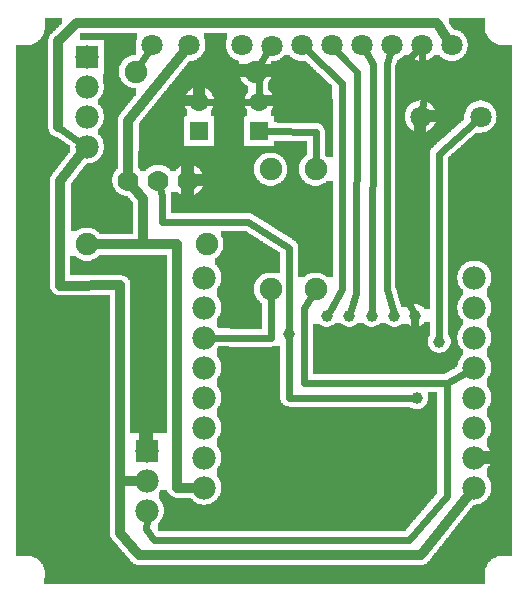
<source format=gtl>
G04 MADE WITH FRITZING*
G04 WWW.FRITZING.ORG*
G04 DOUBLE SIDED*
G04 HOLES PLATED*
G04 CONTOUR ON CENTER OF CONTOUR VECTOR*
%ASAXBY*%
%FSLAX23Y23*%
%MOIN*%
%OFA0B0*%
%SFA1.0B1.0*%
%ADD10C,0.075000*%
%ADD11C,0.039370*%
%ADD12C,0.062992*%
%ADD13C,0.077778*%
%ADD14C,0.070866*%
%ADD15C,0.069444*%
%ADD16C,0.078000*%
%ADD17R,0.062992X0.062992*%
%ADD18R,0.078000X0.078000*%
%ADD19C,0.032000*%
%ADD20C,0.024000*%
%LNCOPPER1*%
G90*
G70*
G54D10*
X290Y1381D03*
X115Y1503D03*
X946Y1728D03*
X669Y1745D03*
X791Y1159D03*
X471Y1038D03*
X787Y763D03*
G54D11*
X1371Y935D03*
G54D12*
X650Y1550D03*
X650Y1648D03*
X850Y1550D03*
X850Y1648D03*
G54D11*
X1300Y936D03*
X1225Y936D03*
X1150Y936D03*
X1075Y936D03*
G54D13*
X667Y1062D03*
X667Y962D03*
X667Y862D03*
X667Y762D03*
X667Y662D03*
X667Y562D03*
X667Y462D03*
X667Y362D03*
X1567Y362D03*
X1567Y462D03*
X1567Y562D03*
X1567Y662D03*
X1567Y762D03*
X1567Y862D03*
X1567Y962D03*
X1567Y1062D03*
G54D14*
X617Y1837D03*
X492Y1837D03*
G54D15*
X413Y1386D03*
X513Y1386D03*
X613Y1386D03*
G54D16*
X275Y1798D03*
X275Y1698D03*
X275Y1598D03*
X275Y1498D03*
X475Y486D03*
X475Y386D03*
X475Y286D03*
G54D11*
X950Y873D03*
G54D14*
X1192Y1837D03*
X1392Y1837D03*
X1388Y1598D03*
X1292Y1837D03*
X1092Y1837D03*
X892Y1836D03*
X992Y1837D03*
X792Y1837D03*
X1588Y1598D03*
X1492Y1837D03*
G54D10*
X275Y1173D03*
X675Y1173D03*
X888Y1023D03*
X888Y1423D03*
X1038Y1023D03*
X1038Y1423D03*
X438Y1748D03*
X838Y1748D03*
G54D11*
X1375Y661D03*
X1450Y848D03*
G54D17*
X650Y1550D03*
X850Y1550D03*
G54D18*
X275Y1798D03*
X475Y486D03*
G54D19*
X463Y1173D02*
X576Y1173D01*
D02*
X463Y1323D02*
X463Y1173D01*
D02*
X576Y1173D02*
X576Y362D01*
D02*
X433Y1361D02*
X463Y1323D01*
G54D20*
D02*
X1475Y335D02*
X1475Y710D01*
D02*
X501Y187D02*
X1349Y187D01*
D02*
X475Y256D02*
X474Y224D01*
D02*
X474Y224D02*
X501Y187D01*
D02*
X1349Y187D02*
X1475Y335D01*
G54D19*
D02*
X450Y137D02*
X1388Y137D01*
D02*
X387Y210D02*
X450Y137D01*
D02*
X387Y385D02*
X439Y386D01*
D02*
X387Y385D02*
X387Y210D01*
D02*
X387Y1037D02*
X387Y385D01*
D02*
X187Y1036D02*
X387Y1037D01*
D02*
X187Y1385D02*
X187Y1036D01*
G54D20*
D02*
X1000Y960D02*
X1023Y999D01*
D02*
X1475Y710D02*
X1000Y710D01*
D02*
X888Y861D02*
X888Y995D01*
D02*
X453Y1773D02*
X478Y1814D01*
G54D19*
D02*
X597Y1812D02*
X413Y1586D01*
D02*
X413Y1586D02*
X413Y1418D01*
G54D20*
D02*
X949Y1161D02*
X950Y892D01*
D02*
X813Y1248D02*
X949Y1161D01*
D02*
X526Y1248D02*
X813Y1248D01*
D02*
X520Y1360D02*
X526Y1335D01*
D02*
X1295Y954D02*
X1275Y1023D01*
D02*
X1324Y1761D02*
X1324Y1023D01*
D02*
X1174Y1010D02*
X1156Y954D01*
D02*
X1126Y1023D02*
X1085Y952D01*
D02*
X1125Y1711D02*
X1126Y1023D01*
D02*
X1374Y1817D02*
X1324Y1761D01*
D02*
X1230Y1774D02*
X1225Y955D01*
D02*
X1175Y1748D02*
X1174Y1010D01*
G54D19*
D02*
X1442Y1911D02*
X243Y1911D01*
D02*
X243Y1911D02*
X180Y1850D01*
D02*
X180Y1850D02*
X180Y1564D01*
D02*
X1474Y1864D02*
X1442Y1911D01*
G54D20*
D02*
X1230Y1774D02*
X1206Y1814D01*
D02*
X1138Y1786D02*
X1110Y1817D01*
D02*
X1175Y1748D02*
X1138Y1786D01*
D02*
X1125Y1711D02*
X1012Y1818D01*
D02*
X950Y854D02*
X950Y661D01*
G54D19*
D02*
X576Y362D02*
X632Y362D01*
D02*
X1388Y137D02*
X1545Y335D01*
G54D20*
D02*
X1475Y710D02*
X1542Y748D01*
D02*
X888Y861D02*
X696Y862D01*
G54D19*
D02*
X187Y1385D02*
X253Y1470D01*
G54D20*
D02*
X180Y1564D02*
X250Y1516D01*
D02*
X823Y1648D02*
X677Y1648D01*
D02*
X850Y1675D02*
X850Y1710D01*
D02*
X850Y1710D02*
X847Y1721D01*
D02*
X1038Y1548D02*
X1038Y1452D01*
D02*
X877Y1550D02*
X1038Y1548D01*
G54D19*
D02*
X463Y1173D02*
X309Y1173D01*
G54D20*
D02*
X1275Y1774D02*
X1285Y1811D01*
D02*
X1275Y1023D02*
X1275Y1774D01*
D02*
X1324Y1023D02*
X1362Y952D01*
D02*
X1399Y1662D02*
X1393Y1810D01*
D02*
X1392Y1625D02*
X1399Y1662D01*
D02*
X950Y661D02*
X1356Y661D01*
D02*
X526Y1335D02*
X526Y1248D01*
D02*
X1449Y1475D02*
X1450Y867D01*
D02*
X1568Y1581D02*
X1449Y1475D01*
D02*
X1000Y710D02*
X1000Y960D01*
D02*
X877Y1813D02*
X853Y1773D01*
G36*
X254Y1877D02*
X254Y1875D01*
X252Y1875D01*
X252Y1855D01*
X332Y1855D01*
X332Y1741D01*
X328Y1741D01*
X328Y1717D01*
X330Y1717D01*
X330Y1709D01*
X332Y1709D01*
X332Y1689D01*
X330Y1689D01*
X330Y1681D01*
X328Y1681D01*
X328Y1675D01*
X326Y1675D01*
X326Y1671D01*
X324Y1671D01*
X324Y1669D01*
X322Y1669D01*
X322Y1665D01*
X320Y1665D01*
X320Y1663D01*
X318Y1663D01*
X318Y1661D01*
X316Y1661D01*
X316Y1659D01*
X314Y1659D01*
X314Y1639D01*
X316Y1639D01*
X316Y1637D01*
X318Y1637D01*
X318Y1635D01*
X320Y1635D01*
X320Y1633D01*
X322Y1633D01*
X322Y1629D01*
X324Y1629D01*
X324Y1627D01*
X326Y1627D01*
X326Y1623D01*
X328Y1623D01*
X328Y1617D01*
X330Y1617D01*
X330Y1609D01*
X332Y1609D01*
X332Y1589D01*
X330Y1589D01*
X330Y1581D01*
X328Y1581D01*
X328Y1575D01*
X326Y1575D01*
X326Y1571D01*
X324Y1571D01*
X324Y1569D01*
X322Y1569D01*
X322Y1565D01*
X320Y1565D01*
X320Y1563D01*
X318Y1563D01*
X318Y1561D01*
X316Y1561D01*
X316Y1559D01*
X314Y1559D01*
X314Y1539D01*
X316Y1539D01*
X316Y1537D01*
X318Y1537D01*
X318Y1535D01*
X320Y1535D01*
X320Y1533D01*
X322Y1533D01*
X322Y1529D01*
X324Y1529D01*
X324Y1527D01*
X326Y1527D01*
X326Y1523D01*
X328Y1523D01*
X328Y1517D01*
X330Y1517D01*
X330Y1509D01*
X332Y1509D01*
X332Y1489D01*
X330Y1489D01*
X330Y1481D01*
X328Y1481D01*
X328Y1475D01*
X326Y1475D01*
X326Y1471D01*
X324Y1471D01*
X324Y1469D01*
X322Y1469D01*
X322Y1465D01*
X320Y1465D01*
X320Y1463D01*
X318Y1463D01*
X318Y1461D01*
X316Y1461D01*
X316Y1459D01*
X314Y1459D01*
X314Y1457D01*
X312Y1457D01*
X312Y1455D01*
X310Y1455D01*
X310Y1453D01*
X308Y1453D01*
X308Y1451D01*
X304Y1451D01*
X304Y1449D01*
X300Y1449D01*
X300Y1447D01*
X296Y1447D01*
X296Y1445D01*
X290Y1445D01*
X290Y1443D01*
X276Y1443D01*
X276Y1441D01*
X272Y1441D01*
X272Y1439D01*
X270Y1439D01*
X270Y1435D01*
X268Y1435D01*
X268Y1433D01*
X266Y1433D01*
X266Y1431D01*
X264Y1431D01*
X264Y1427D01*
X262Y1427D01*
X262Y1425D01*
X260Y1425D01*
X260Y1423D01*
X258Y1423D01*
X258Y1421D01*
X256Y1421D01*
X256Y1417D01*
X254Y1417D01*
X254Y1415D01*
X252Y1415D01*
X252Y1413D01*
X250Y1413D01*
X250Y1409D01*
X248Y1409D01*
X248Y1407D01*
X246Y1407D01*
X246Y1405D01*
X244Y1405D01*
X244Y1403D01*
X242Y1403D01*
X242Y1399D01*
X240Y1399D01*
X240Y1397D01*
X238Y1397D01*
X238Y1395D01*
X236Y1395D01*
X236Y1391D01*
X234Y1391D01*
X234Y1389D01*
X232Y1389D01*
X232Y1387D01*
X230Y1387D01*
X230Y1385D01*
X228Y1385D01*
X228Y1381D01*
X226Y1381D01*
X226Y1379D01*
X224Y1379D01*
X224Y1377D01*
X222Y1377D01*
X222Y1229D01*
X288Y1229D01*
X288Y1227D01*
X294Y1227D01*
X294Y1225D01*
X298Y1225D01*
X298Y1223D01*
X302Y1223D01*
X302Y1221D01*
X306Y1221D01*
X306Y1219D01*
X308Y1219D01*
X308Y1217D01*
X310Y1217D01*
X310Y1215D01*
X314Y1215D01*
X314Y1213D01*
X316Y1213D01*
X316Y1209D01*
X318Y1209D01*
X318Y1207D01*
X428Y1207D01*
X428Y1315D01*
X426Y1315D01*
X426Y1317D01*
X424Y1317D01*
X424Y1319D01*
X422Y1319D01*
X422Y1321D01*
X420Y1321D01*
X420Y1325D01*
X418Y1325D01*
X418Y1327D01*
X416Y1327D01*
X416Y1329D01*
X414Y1329D01*
X414Y1331D01*
X412Y1331D01*
X412Y1333D01*
X408Y1333D01*
X408Y1335D01*
X398Y1335D01*
X398Y1337D01*
X392Y1337D01*
X392Y1339D01*
X388Y1339D01*
X388Y1341D01*
X384Y1341D01*
X384Y1343D01*
X382Y1343D01*
X382Y1345D01*
X380Y1345D01*
X380Y1347D01*
X376Y1347D01*
X376Y1349D01*
X374Y1349D01*
X374Y1353D01*
X372Y1353D01*
X372Y1355D01*
X370Y1355D01*
X370Y1357D01*
X368Y1357D01*
X368Y1361D01*
X366Y1361D01*
X366Y1365D01*
X364Y1365D01*
X364Y1369D01*
X362Y1369D01*
X362Y1377D01*
X360Y1377D01*
X360Y1397D01*
X362Y1397D01*
X362Y1403D01*
X364Y1403D01*
X364Y1409D01*
X366Y1409D01*
X366Y1413D01*
X368Y1413D01*
X368Y1415D01*
X370Y1415D01*
X370Y1419D01*
X372Y1419D01*
X372Y1421D01*
X374Y1421D01*
X374Y1423D01*
X376Y1423D01*
X376Y1425D01*
X378Y1425D01*
X378Y1487D01*
X380Y1487D01*
X380Y1597D01*
X382Y1597D01*
X382Y1601D01*
X384Y1601D01*
X384Y1605D01*
X386Y1605D01*
X386Y1609D01*
X388Y1609D01*
X388Y1611D01*
X390Y1611D01*
X390Y1613D01*
X392Y1613D01*
X392Y1615D01*
X394Y1615D01*
X394Y1619D01*
X396Y1619D01*
X396Y1621D01*
X398Y1621D01*
X398Y1623D01*
X400Y1623D01*
X400Y1625D01*
X402Y1625D01*
X402Y1627D01*
X404Y1627D01*
X404Y1631D01*
X406Y1631D01*
X406Y1633D01*
X408Y1633D01*
X408Y1635D01*
X410Y1635D01*
X410Y1637D01*
X412Y1637D01*
X412Y1641D01*
X414Y1641D01*
X414Y1643D01*
X416Y1643D01*
X416Y1645D01*
X418Y1645D01*
X418Y1647D01*
X420Y1647D01*
X420Y1651D01*
X422Y1651D01*
X422Y1653D01*
X424Y1653D01*
X424Y1655D01*
X426Y1655D01*
X426Y1657D01*
X428Y1657D01*
X428Y1659D01*
X430Y1659D01*
X430Y1663D01*
X432Y1663D01*
X432Y1665D01*
X434Y1665D01*
X434Y1667D01*
X436Y1667D01*
X436Y1669D01*
X438Y1669D01*
X438Y1673D01*
X440Y1673D01*
X440Y1693D01*
X432Y1693D01*
X432Y1695D01*
X422Y1695D01*
X422Y1697D01*
X416Y1697D01*
X416Y1699D01*
X412Y1699D01*
X412Y1701D01*
X408Y1701D01*
X408Y1703D01*
X406Y1703D01*
X406Y1705D01*
X404Y1705D01*
X404Y1707D01*
X400Y1707D01*
X400Y1709D01*
X398Y1709D01*
X398Y1711D01*
X396Y1711D01*
X396Y1713D01*
X394Y1713D01*
X394Y1717D01*
X392Y1717D01*
X392Y1719D01*
X390Y1719D01*
X390Y1723D01*
X388Y1723D01*
X388Y1727D01*
X386Y1727D01*
X386Y1731D01*
X384Y1731D01*
X384Y1741D01*
X382Y1741D01*
X382Y1757D01*
X384Y1757D01*
X384Y1767D01*
X386Y1767D01*
X386Y1771D01*
X388Y1771D01*
X388Y1775D01*
X390Y1775D01*
X390Y1779D01*
X392Y1779D01*
X392Y1781D01*
X394Y1781D01*
X394Y1783D01*
X396Y1783D01*
X396Y1787D01*
X398Y1787D01*
X398Y1789D01*
X400Y1789D01*
X400Y1791D01*
X404Y1791D01*
X404Y1793D01*
X406Y1793D01*
X406Y1795D01*
X408Y1795D01*
X408Y1797D01*
X412Y1797D01*
X412Y1799D01*
X416Y1799D01*
X416Y1801D01*
X422Y1801D01*
X422Y1803D01*
X432Y1803D01*
X432Y1805D01*
X438Y1805D01*
X438Y1809D01*
X440Y1809D01*
X440Y1833D01*
X438Y1833D01*
X438Y1843D01*
X440Y1843D01*
X440Y1853D01*
X442Y1853D01*
X442Y1877D01*
X254Y1877D01*
G37*
D02*
G36*
X222Y1229D02*
X222Y1217D01*
X242Y1217D01*
X242Y1219D01*
X244Y1219D01*
X244Y1221D01*
X248Y1221D01*
X248Y1223D01*
X252Y1223D01*
X252Y1225D01*
X256Y1225D01*
X256Y1227D01*
X264Y1227D01*
X264Y1229D01*
X222Y1229D01*
G37*
D02*
G36*
X136Y1929D02*
X136Y1887D01*
X134Y1887D01*
X134Y1879D01*
X132Y1879D01*
X132Y1873D01*
X130Y1873D01*
X130Y1869D01*
X128Y1869D01*
X128Y1867D01*
X126Y1867D01*
X126Y1863D01*
X124Y1863D01*
X124Y1861D01*
X122Y1861D01*
X122Y1859D01*
X120Y1859D01*
X120Y1857D01*
X118Y1857D01*
X118Y1855D01*
X116Y1855D01*
X116Y1853D01*
X114Y1853D01*
X114Y1851D01*
X112Y1851D01*
X112Y1849D01*
X110Y1849D01*
X110Y1847D01*
X106Y1847D01*
X106Y1845D01*
X102Y1845D01*
X102Y1843D01*
X98Y1843D01*
X98Y1841D01*
X92Y1841D01*
X92Y1839D01*
X82Y1839D01*
X82Y1837D01*
X146Y1837D01*
X146Y1859D01*
X148Y1859D01*
X148Y1865D01*
X150Y1865D01*
X150Y1869D01*
X152Y1869D01*
X152Y1871D01*
X154Y1871D01*
X154Y1873D01*
X156Y1873D01*
X156Y1875D01*
X158Y1875D01*
X158Y1877D01*
X160Y1877D01*
X160Y1879D01*
X162Y1879D01*
X162Y1881D01*
X164Y1881D01*
X164Y1883D01*
X166Y1883D01*
X166Y1885D01*
X168Y1885D01*
X168Y1887D01*
X170Y1887D01*
X170Y1889D01*
X172Y1889D01*
X172Y1891D01*
X174Y1891D01*
X174Y1893D01*
X176Y1893D01*
X176Y1895D01*
X178Y1895D01*
X178Y1897D01*
X180Y1897D01*
X180Y1899D01*
X182Y1899D01*
X182Y1901D01*
X184Y1901D01*
X184Y1903D01*
X186Y1903D01*
X186Y1905D01*
X188Y1905D01*
X188Y1907D01*
X190Y1907D01*
X190Y1909D01*
X192Y1909D01*
X192Y1929D01*
X136Y1929D01*
G37*
D02*
G36*
X1484Y1929D02*
X1484Y1909D01*
X1486Y1909D01*
X1486Y1905D01*
X1488Y1905D01*
X1488Y1903D01*
X1490Y1903D01*
X1490Y1899D01*
X1492Y1899D01*
X1492Y1897D01*
X1494Y1897D01*
X1494Y1893D01*
X1496Y1893D01*
X1496Y1891D01*
X1500Y1891D01*
X1500Y1889D01*
X1508Y1889D01*
X1508Y1887D01*
X1514Y1887D01*
X1514Y1885D01*
X1518Y1885D01*
X1518Y1883D01*
X1522Y1883D01*
X1522Y1881D01*
X1524Y1881D01*
X1524Y1879D01*
X1526Y1879D01*
X1526Y1877D01*
X1528Y1877D01*
X1528Y1875D01*
X1530Y1875D01*
X1530Y1873D01*
X1532Y1873D01*
X1532Y1871D01*
X1534Y1871D01*
X1534Y1869D01*
X1536Y1869D01*
X1536Y1865D01*
X1538Y1865D01*
X1538Y1863D01*
X1540Y1863D01*
X1540Y1859D01*
X1542Y1859D01*
X1542Y1853D01*
X1544Y1853D01*
X1544Y1843D01*
X1546Y1843D01*
X1546Y1837D01*
X1656Y1837D01*
X1656Y1839D01*
X1646Y1839D01*
X1646Y1841D01*
X1640Y1841D01*
X1640Y1843D01*
X1636Y1843D01*
X1636Y1845D01*
X1632Y1845D01*
X1632Y1847D01*
X1628Y1847D01*
X1628Y1849D01*
X1626Y1849D01*
X1626Y1851D01*
X1624Y1851D01*
X1624Y1853D01*
X1622Y1853D01*
X1622Y1855D01*
X1618Y1855D01*
X1618Y1859D01*
X1616Y1859D01*
X1616Y1861D01*
X1614Y1861D01*
X1614Y1863D01*
X1612Y1863D01*
X1612Y1867D01*
X1610Y1867D01*
X1610Y1869D01*
X1608Y1869D01*
X1608Y1873D01*
X1606Y1873D01*
X1606Y1879D01*
X1604Y1879D01*
X1604Y1885D01*
X1602Y1885D01*
X1602Y1929D01*
X1484Y1929D01*
G37*
D02*
G36*
X40Y1839D02*
X40Y1837D01*
X70Y1837D01*
X70Y1839D01*
X40Y1839D01*
G37*
D02*
G36*
X1668Y1839D02*
X1668Y1837D01*
X1692Y1837D01*
X1692Y1839D01*
X1668Y1839D01*
G37*
D02*
G36*
X40Y1837D02*
X40Y1835D01*
X146Y1835D01*
X146Y1837D01*
X40Y1837D01*
G37*
D02*
G36*
X40Y1837D02*
X40Y1835D01*
X146Y1835D01*
X146Y1837D01*
X40Y1837D01*
G37*
D02*
G36*
X1546Y1837D02*
X1546Y1835D01*
X1692Y1835D01*
X1692Y1837D01*
X1546Y1837D01*
G37*
D02*
G36*
X1546Y1837D02*
X1546Y1835D01*
X1692Y1835D01*
X1692Y1837D01*
X1546Y1837D01*
G37*
D02*
G36*
X40Y1835D02*
X40Y135D01*
X88Y135D01*
X88Y133D01*
X94Y133D01*
X94Y131D01*
X100Y131D01*
X100Y129D01*
X104Y129D01*
X104Y127D01*
X108Y127D01*
X108Y125D01*
X110Y125D01*
X110Y123D01*
X114Y123D01*
X114Y121D01*
X116Y121D01*
X116Y119D01*
X118Y119D01*
X118Y117D01*
X120Y117D01*
X120Y115D01*
X122Y115D01*
X122Y113D01*
X124Y113D01*
X124Y109D01*
X126Y109D01*
X126Y107D01*
X128Y107D01*
X128Y103D01*
X446Y103D01*
X446Y105D01*
X438Y105D01*
X438Y107D01*
X434Y107D01*
X434Y109D01*
X430Y109D01*
X430Y111D01*
X428Y111D01*
X428Y113D01*
X426Y113D01*
X426Y115D01*
X424Y115D01*
X424Y117D01*
X422Y117D01*
X422Y119D01*
X420Y119D01*
X420Y121D01*
X418Y121D01*
X418Y125D01*
X416Y125D01*
X416Y127D01*
X414Y127D01*
X414Y129D01*
X412Y129D01*
X412Y131D01*
X410Y131D01*
X410Y133D01*
X408Y133D01*
X408Y135D01*
X406Y135D01*
X406Y137D01*
X404Y137D01*
X404Y141D01*
X402Y141D01*
X402Y143D01*
X400Y143D01*
X400Y145D01*
X398Y145D01*
X398Y147D01*
X396Y147D01*
X396Y149D01*
X394Y149D01*
X394Y151D01*
X392Y151D01*
X392Y155D01*
X390Y155D01*
X390Y157D01*
X388Y157D01*
X388Y159D01*
X386Y159D01*
X386Y161D01*
X384Y161D01*
X384Y163D01*
X382Y163D01*
X382Y165D01*
X380Y165D01*
X380Y167D01*
X378Y167D01*
X378Y171D01*
X376Y171D01*
X376Y173D01*
X374Y173D01*
X374Y175D01*
X372Y175D01*
X372Y177D01*
X370Y177D01*
X370Y179D01*
X368Y179D01*
X368Y181D01*
X366Y181D01*
X366Y183D01*
X364Y183D01*
X364Y187D01*
X362Y187D01*
X362Y189D01*
X360Y189D01*
X360Y191D01*
X358Y191D01*
X358Y195D01*
X356Y195D01*
X356Y199D01*
X354Y199D01*
X354Y207D01*
X352Y207D01*
X352Y1003D01*
X178Y1003D01*
X178Y1005D01*
X172Y1005D01*
X172Y1007D01*
X168Y1007D01*
X168Y1009D01*
X166Y1009D01*
X166Y1011D01*
X164Y1011D01*
X164Y1013D01*
X162Y1013D01*
X162Y1015D01*
X160Y1015D01*
X160Y1017D01*
X158Y1017D01*
X158Y1021D01*
X156Y1021D01*
X156Y1025D01*
X154Y1025D01*
X154Y1035D01*
X152Y1035D01*
X152Y1221D01*
X154Y1221D01*
X154Y1397D01*
X156Y1397D01*
X156Y1401D01*
X158Y1401D01*
X158Y1405D01*
X160Y1405D01*
X160Y1407D01*
X162Y1407D01*
X162Y1411D01*
X164Y1411D01*
X164Y1413D01*
X166Y1413D01*
X166Y1415D01*
X168Y1415D01*
X168Y1417D01*
X170Y1417D01*
X170Y1421D01*
X172Y1421D01*
X172Y1423D01*
X174Y1423D01*
X174Y1425D01*
X176Y1425D01*
X176Y1429D01*
X178Y1429D01*
X178Y1431D01*
X180Y1431D01*
X180Y1433D01*
X182Y1433D01*
X182Y1435D01*
X184Y1435D01*
X184Y1439D01*
X186Y1439D01*
X186Y1441D01*
X188Y1441D01*
X188Y1443D01*
X190Y1443D01*
X190Y1447D01*
X192Y1447D01*
X192Y1449D01*
X194Y1449D01*
X194Y1451D01*
X196Y1451D01*
X196Y1453D01*
X198Y1453D01*
X198Y1457D01*
X200Y1457D01*
X200Y1459D01*
X202Y1459D01*
X202Y1461D01*
X204Y1461D01*
X204Y1465D01*
X206Y1465D01*
X206Y1467D01*
X208Y1467D01*
X208Y1469D01*
X210Y1469D01*
X210Y1471D01*
X212Y1471D01*
X212Y1475D01*
X214Y1475D01*
X214Y1477D01*
X216Y1477D01*
X216Y1479D01*
X218Y1479D01*
X218Y1503D01*
X214Y1503D01*
X214Y1505D01*
X212Y1505D01*
X212Y1507D01*
X210Y1507D01*
X210Y1509D01*
X206Y1509D01*
X206Y1511D01*
X204Y1511D01*
X204Y1513D01*
X200Y1513D01*
X200Y1515D01*
X198Y1515D01*
X198Y1517D01*
X194Y1517D01*
X194Y1519D01*
X192Y1519D01*
X192Y1521D01*
X188Y1521D01*
X188Y1523D01*
X186Y1523D01*
X186Y1525D01*
X182Y1525D01*
X182Y1527D01*
X180Y1527D01*
X180Y1529D01*
X178Y1529D01*
X178Y1531D01*
X170Y1531D01*
X170Y1533D01*
X164Y1533D01*
X164Y1535D01*
X162Y1535D01*
X162Y1537D01*
X158Y1537D01*
X158Y1539D01*
X156Y1539D01*
X156Y1541D01*
X154Y1541D01*
X154Y1545D01*
X152Y1545D01*
X152Y1547D01*
X150Y1547D01*
X150Y1551D01*
X148Y1551D01*
X148Y1557D01*
X146Y1557D01*
X146Y1835D01*
X40Y1835D01*
G37*
D02*
G36*
X1546Y1835D02*
X1546Y1831D01*
X1544Y1831D01*
X1544Y1821D01*
X1542Y1821D01*
X1542Y1817D01*
X1540Y1817D01*
X1540Y1813D01*
X1538Y1813D01*
X1538Y1809D01*
X1536Y1809D01*
X1536Y1807D01*
X1534Y1807D01*
X1534Y1803D01*
X1532Y1803D01*
X1532Y1801D01*
X1530Y1801D01*
X1530Y1799D01*
X1528Y1799D01*
X1528Y1797D01*
X1526Y1797D01*
X1526Y1795D01*
X1522Y1795D01*
X1522Y1793D01*
X1520Y1793D01*
X1520Y1791D01*
X1516Y1791D01*
X1516Y1789D01*
X1512Y1789D01*
X1512Y1787D01*
X1506Y1787D01*
X1506Y1785D01*
X1692Y1785D01*
X1692Y1835D01*
X1546Y1835D01*
G37*
D02*
G36*
X1332Y1803D02*
X1332Y1801D01*
X1330Y1801D01*
X1330Y1799D01*
X1328Y1799D01*
X1328Y1797D01*
X1326Y1797D01*
X1326Y1795D01*
X1322Y1795D01*
X1322Y1793D01*
X1320Y1793D01*
X1320Y1791D01*
X1316Y1791D01*
X1316Y1789D01*
X1312Y1789D01*
X1312Y1787D01*
X1310Y1787D01*
X1310Y1785D01*
X1378Y1785D01*
X1378Y1787D01*
X1372Y1787D01*
X1372Y1789D01*
X1368Y1789D01*
X1368Y1791D01*
X1364Y1791D01*
X1364Y1793D01*
X1362Y1793D01*
X1362Y1795D01*
X1358Y1795D01*
X1358Y1797D01*
X1356Y1797D01*
X1356Y1799D01*
X1354Y1799D01*
X1354Y1801D01*
X1352Y1801D01*
X1352Y1803D01*
X1332Y1803D01*
G37*
D02*
G36*
X1432Y1803D02*
X1432Y1801D01*
X1430Y1801D01*
X1430Y1799D01*
X1428Y1799D01*
X1428Y1797D01*
X1426Y1797D01*
X1426Y1795D01*
X1422Y1795D01*
X1422Y1793D01*
X1420Y1793D01*
X1420Y1791D01*
X1416Y1791D01*
X1416Y1789D01*
X1412Y1789D01*
X1412Y1787D01*
X1406Y1787D01*
X1406Y1785D01*
X1478Y1785D01*
X1478Y1787D01*
X1472Y1787D01*
X1472Y1789D01*
X1468Y1789D01*
X1468Y1791D01*
X1464Y1791D01*
X1464Y1793D01*
X1462Y1793D01*
X1462Y1795D01*
X1458Y1795D01*
X1458Y1797D01*
X1456Y1797D01*
X1456Y1799D01*
X1454Y1799D01*
X1454Y1801D01*
X1452Y1801D01*
X1452Y1803D01*
X1432Y1803D01*
G37*
D02*
G36*
X1308Y1785D02*
X1308Y1783D01*
X1692Y1783D01*
X1692Y1785D01*
X1308Y1785D01*
G37*
D02*
G36*
X1308Y1785D02*
X1308Y1783D01*
X1692Y1783D01*
X1692Y1785D01*
X1308Y1785D01*
G37*
D02*
G36*
X1308Y1785D02*
X1308Y1783D01*
X1692Y1783D01*
X1692Y1785D01*
X1308Y1785D01*
G37*
D02*
G36*
X1308Y1783D02*
X1308Y1779D01*
X1306Y1779D01*
X1306Y1771D01*
X1304Y1771D01*
X1304Y1653D01*
X1594Y1653D01*
X1594Y1651D01*
X1604Y1651D01*
X1604Y1649D01*
X1608Y1649D01*
X1608Y1647D01*
X1612Y1647D01*
X1612Y1645D01*
X1616Y1645D01*
X1616Y1643D01*
X1618Y1643D01*
X1618Y1641D01*
X1622Y1641D01*
X1622Y1639D01*
X1624Y1639D01*
X1624Y1637D01*
X1626Y1637D01*
X1626Y1635D01*
X1628Y1635D01*
X1628Y1633D01*
X1630Y1633D01*
X1630Y1629D01*
X1632Y1629D01*
X1632Y1627D01*
X1634Y1627D01*
X1634Y1623D01*
X1636Y1623D01*
X1636Y1619D01*
X1638Y1619D01*
X1638Y1613D01*
X1640Y1613D01*
X1640Y1601D01*
X1642Y1601D01*
X1642Y1597D01*
X1640Y1597D01*
X1640Y1585D01*
X1638Y1585D01*
X1638Y1579D01*
X1636Y1579D01*
X1636Y1575D01*
X1634Y1575D01*
X1634Y1571D01*
X1632Y1571D01*
X1632Y1569D01*
X1630Y1569D01*
X1630Y1565D01*
X1628Y1565D01*
X1628Y1563D01*
X1626Y1563D01*
X1626Y1561D01*
X1624Y1561D01*
X1624Y1559D01*
X1622Y1559D01*
X1622Y1557D01*
X1620Y1557D01*
X1620Y1555D01*
X1616Y1555D01*
X1616Y1553D01*
X1612Y1553D01*
X1612Y1551D01*
X1608Y1551D01*
X1608Y1549D01*
X1604Y1549D01*
X1604Y1547D01*
X1594Y1547D01*
X1594Y1545D01*
X1572Y1545D01*
X1572Y1543D01*
X1568Y1543D01*
X1568Y1541D01*
X1566Y1541D01*
X1566Y1539D01*
X1564Y1539D01*
X1564Y1537D01*
X1562Y1537D01*
X1562Y1535D01*
X1560Y1535D01*
X1560Y1533D01*
X1558Y1533D01*
X1558Y1531D01*
X1556Y1531D01*
X1556Y1529D01*
X1554Y1529D01*
X1554Y1527D01*
X1550Y1527D01*
X1550Y1525D01*
X1548Y1525D01*
X1548Y1523D01*
X1546Y1523D01*
X1546Y1521D01*
X1544Y1521D01*
X1544Y1519D01*
X1542Y1519D01*
X1542Y1517D01*
X1540Y1517D01*
X1540Y1515D01*
X1538Y1515D01*
X1538Y1513D01*
X1536Y1513D01*
X1536Y1511D01*
X1532Y1511D01*
X1532Y1509D01*
X1530Y1509D01*
X1530Y1507D01*
X1528Y1507D01*
X1528Y1505D01*
X1526Y1505D01*
X1526Y1503D01*
X1524Y1503D01*
X1524Y1501D01*
X1522Y1501D01*
X1522Y1499D01*
X1520Y1499D01*
X1520Y1497D01*
X1518Y1497D01*
X1518Y1495D01*
X1514Y1495D01*
X1514Y1493D01*
X1512Y1493D01*
X1512Y1491D01*
X1510Y1491D01*
X1510Y1489D01*
X1508Y1489D01*
X1508Y1487D01*
X1506Y1487D01*
X1506Y1485D01*
X1504Y1485D01*
X1504Y1483D01*
X1502Y1483D01*
X1502Y1481D01*
X1500Y1481D01*
X1500Y1479D01*
X1496Y1479D01*
X1496Y1477D01*
X1494Y1477D01*
X1494Y1475D01*
X1492Y1475D01*
X1492Y1473D01*
X1490Y1473D01*
X1490Y1471D01*
X1488Y1471D01*
X1488Y1469D01*
X1486Y1469D01*
X1486Y1467D01*
X1484Y1467D01*
X1484Y1465D01*
X1482Y1465D01*
X1482Y1463D01*
X1478Y1463D01*
X1478Y1429D01*
X1480Y1429D01*
X1480Y1119D01*
X1578Y1119D01*
X1578Y1117D01*
X1586Y1117D01*
X1586Y1115D01*
X1590Y1115D01*
X1590Y1113D01*
X1594Y1113D01*
X1594Y1111D01*
X1598Y1111D01*
X1598Y1109D01*
X1600Y1109D01*
X1600Y1107D01*
X1604Y1107D01*
X1604Y1105D01*
X1606Y1105D01*
X1606Y1103D01*
X1608Y1103D01*
X1608Y1101D01*
X1610Y1101D01*
X1610Y1099D01*
X1612Y1099D01*
X1612Y1095D01*
X1614Y1095D01*
X1614Y1093D01*
X1616Y1093D01*
X1616Y1089D01*
X1618Y1089D01*
X1618Y1085D01*
X1620Y1085D01*
X1620Y1081D01*
X1622Y1081D01*
X1622Y1071D01*
X1624Y1071D01*
X1624Y1053D01*
X1622Y1053D01*
X1622Y1045D01*
X1620Y1045D01*
X1620Y1039D01*
X1618Y1039D01*
X1618Y1035D01*
X1616Y1035D01*
X1616Y1033D01*
X1614Y1033D01*
X1614Y1029D01*
X1612Y1029D01*
X1612Y1027D01*
X1610Y1027D01*
X1610Y1025D01*
X1608Y1025D01*
X1608Y1001D01*
X1610Y1001D01*
X1610Y999D01*
X1612Y999D01*
X1612Y995D01*
X1614Y995D01*
X1614Y993D01*
X1616Y993D01*
X1616Y989D01*
X1618Y989D01*
X1618Y985D01*
X1620Y985D01*
X1620Y981D01*
X1622Y981D01*
X1622Y971D01*
X1624Y971D01*
X1624Y953D01*
X1622Y953D01*
X1622Y945D01*
X1620Y945D01*
X1620Y939D01*
X1618Y939D01*
X1618Y935D01*
X1616Y935D01*
X1616Y933D01*
X1614Y933D01*
X1614Y929D01*
X1612Y929D01*
X1612Y927D01*
X1610Y927D01*
X1610Y925D01*
X1608Y925D01*
X1608Y901D01*
X1610Y901D01*
X1610Y899D01*
X1612Y899D01*
X1612Y895D01*
X1614Y895D01*
X1614Y893D01*
X1616Y893D01*
X1616Y889D01*
X1618Y889D01*
X1618Y885D01*
X1620Y885D01*
X1620Y881D01*
X1622Y881D01*
X1622Y871D01*
X1624Y871D01*
X1624Y853D01*
X1622Y853D01*
X1622Y845D01*
X1620Y845D01*
X1620Y839D01*
X1618Y839D01*
X1618Y835D01*
X1616Y835D01*
X1616Y833D01*
X1614Y833D01*
X1614Y829D01*
X1612Y829D01*
X1612Y827D01*
X1610Y827D01*
X1610Y825D01*
X1608Y825D01*
X1608Y801D01*
X1610Y801D01*
X1610Y799D01*
X1612Y799D01*
X1612Y795D01*
X1614Y795D01*
X1614Y793D01*
X1616Y793D01*
X1616Y789D01*
X1618Y789D01*
X1618Y785D01*
X1620Y785D01*
X1620Y781D01*
X1622Y781D01*
X1622Y771D01*
X1624Y771D01*
X1624Y753D01*
X1622Y753D01*
X1622Y745D01*
X1620Y745D01*
X1620Y739D01*
X1618Y739D01*
X1618Y735D01*
X1616Y735D01*
X1616Y733D01*
X1614Y733D01*
X1614Y729D01*
X1612Y729D01*
X1612Y727D01*
X1610Y727D01*
X1610Y725D01*
X1608Y725D01*
X1608Y701D01*
X1610Y701D01*
X1610Y699D01*
X1612Y699D01*
X1612Y695D01*
X1614Y695D01*
X1614Y693D01*
X1616Y693D01*
X1616Y689D01*
X1618Y689D01*
X1618Y685D01*
X1620Y685D01*
X1620Y681D01*
X1622Y681D01*
X1622Y671D01*
X1624Y671D01*
X1624Y653D01*
X1622Y653D01*
X1622Y645D01*
X1620Y645D01*
X1620Y639D01*
X1618Y639D01*
X1618Y635D01*
X1616Y635D01*
X1616Y633D01*
X1614Y633D01*
X1614Y629D01*
X1612Y629D01*
X1612Y627D01*
X1610Y627D01*
X1610Y625D01*
X1608Y625D01*
X1608Y601D01*
X1610Y601D01*
X1610Y599D01*
X1612Y599D01*
X1612Y595D01*
X1614Y595D01*
X1614Y593D01*
X1616Y593D01*
X1616Y589D01*
X1618Y589D01*
X1618Y585D01*
X1620Y585D01*
X1620Y581D01*
X1622Y581D01*
X1622Y571D01*
X1624Y571D01*
X1624Y553D01*
X1622Y553D01*
X1622Y545D01*
X1620Y545D01*
X1620Y539D01*
X1618Y539D01*
X1618Y535D01*
X1616Y535D01*
X1616Y533D01*
X1614Y533D01*
X1614Y529D01*
X1612Y529D01*
X1612Y527D01*
X1610Y527D01*
X1610Y525D01*
X1608Y525D01*
X1608Y501D01*
X1610Y501D01*
X1610Y499D01*
X1612Y499D01*
X1612Y495D01*
X1614Y495D01*
X1614Y493D01*
X1616Y493D01*
X1616Y489D01*
X1618Y489D01*
X1618Y485D01*
X1620Y485D01*
X1620Y481D01*
X1622Y481D01*
X1622Y471D01*
X1624Y471D01*
X1624Y453D01*
X1622Y453D01*
X1622Y445D01*
X1620Y445D01*
X1620Y439D01*
X1618Y439D01*
X1618Y435D01*
X1616Y435D01*
X1616Y433D01*
X1614Y433D01*
X1614Y429D01*
X1612Y429D01*
X1612Y427D01*
X1610Y427D01*
X1610Y425D01*
X1608Y425D01*
X1608Y401D01*
X1610Y401D01*
X1610Y399D01*
X1612Y399D01*
X1612Y395D01*
X1614Y395D01*
X1614Y393D01*
X1616Y393D01*
X1616Y389D01*
X1618Y389D01*
X1618Y385D01*
X1620Y385D01*
X1620Y381D01*
X1622Y381D01*
X1622Y371D01*
X1624Y371D01*
X1624Y353D01*
X1622Y353D01*
X1622Y345D01*
X1620Y345D01*
X1620Y339D01*
X1618Y339D01*
X1618Y335D01*
X1616Y335D01*
X1616Y333D01*
X1614Y333D01*
X1614Y329D01*
X1612Y329D01*
X1612Y327D01*
X1610Y327D01*
X1610Y325D01*
X1608Y325D01*
X1608Y321D01*
X1604Y321D01*
X1604Y319D01*
X1602Y319D01*
X1602Y317D01*
X1600Y317D01*
X1600Y315D01*
X1596Y315D01*
X1596Y313D01*
X1594Y313D01*
X1594Y311D01*
X1590Y311D01*
X1590Y309D01*
X1584Y309D01*
X1584Y307D01*
X1574Y307D01*
X1574Y305D01*
X1564Y305D01*
X1564Y303D01*
X1562Y303D01*
X1562Y301D01*
X1560Y301D01*
X1560Y297D01*
X1558Y297D01*
X1558Y295D01*
X1556Y295D01*
X1556Y293D01*
X1554Y293D01*
X1554Y291D01*
X1552Y291D01*
X1552Y287D01*
X1550Y287D01*
X1550Y285D01*
X1548Y285D01*
X1548Y283D01*
X1546Y283D01*
X1546Y281D01*
X1544Y281D01*
X1544Y277D01*
X1542Y277D01*
X1542Y275D01*
X1540Y275D01*
X1540Y273D01*
X1538Y273D01*
X1538Y271D01*
X1536Y271D01*
X1536Y267D01*
X1534Y267D01*
X1534Y265D01*
X1532Y265D01*
X1532Y263D01*
X1530Y263D01*
X1530Y261D01*
X1528Y261D01*
X1528Y257D01*
X1526Y257D01*
X1526Y255D01*
X1524Y255D01*
X1524Y253D01*
X1522Y253D01*
X1522Y251D01*
X1520Y251D01*
X1520Y247D01*
X1518Y247D01*
X1518Y245D01*
X1516Y245D01*
X1516Y243D01*
X1514Y243D01*
X1514Y241D01*
X1512Y241D01*
X1512Y237D01*
X1510Y237D01*
X1510Y235D01*
X1508Y235D01*
X1508Y233D01*
X1506Y233D01*
X1506Y231D01*
X1504Y231D01*
X1504Y227D01*
X1502Y227D01*
X1502Y225D01*
X1500Y225D01*
X1500Y223D01*
X1498Y223D01*
X1498Y221D01*
X1496Y221D01*
X1496Y217D01*
X1494Y217D01*
X1494Y215D01*
X1492Y215D01*
X1492Y213D01*
X1490Y213D01*
X1490Y209D01*
X1488Y209D01*
X1488Y207D01*
X1486Y207D01*
X1486Y205D01*
X1484Y205D01*
X1484Y203D01*
X1482Y203D01*
X1482Y199D01*
X1480Y199D01*
X1480Y197D01*
X1478Y197D01*
X1478Y195D01*
X1476Y195D01*
X1476Y193D01*
X1474Y193D01*
X1474Y189D01*
X1472Y189D01*
X1472Y187D01*
X1470Y187D01*
X1470Y185D01*
X1468Y185D01*
X1468Y183D01*
X1466Y183D01*
X1466Y179D01*
X1464Y179D01*
X1464Y177D01*
X1462Y177D01*
X1462Y175D01*
X1460Y175D01*
X1460Y173D01*
X1458Y173D01*
X1458Y169D01*
X1456Y169D01*
X1456Y167D01*
X1454Y167D01*
X1454Y165D01*
X1452Y165D01*
X1452Y163D01*
X1450Y163D01*
X1450Y159D01*
X1448Y159D01*
X1448Y157D01*
X1446Y157D01*
X1446Y155D01*
X1444Y155D01*
X1444Y153D01*
X1442Y153D01*
X1442Y149D01*
X1440Y149D01*
X1440Y147D01*
X1438Y147D01*
X1438Y145D01*
X1436Y145D01*
X1436Y143D01*
X1434Y143D01*
X1434Y139D01*
X1432Y139D01*
X1432Y137D01*
X1430Y137D01*
X1430Y135D01*
X1428Y135D01*
X1428Y133D01*
X1426Y133D01*
X1426Y129D01*
X1424Y129D01*
X1424Y127D01*
X1422Y127D01*
X1422Y125D01*
X1420Y125D01*
X1420Y123D01*
X1418Y123D01*
X1418Y119D01*
X1416Y119D01*
X1416Y117D01*
X1414Y117D01*
X1414Y115D01*
X1412Y115D01*
X1412Y113D01*
X1410Y113D01*
X1410Y111D01*
X1408Y111D01*
X1408Y109D01*
X1404Y109D01*
X1404Y107D01*
X1400Y107D01*
X1400Y105D01*
X1392Y105D01*
X1392Y103D01*
X1610Y103D01*
X1610Y107D01*
X1612Y107D01*
X1612Y109D01*
X1614Y109D01*
X1614Y113D01*
X1616Y113D01*
X1616Y115D01*
X1618Y115D01*
X1618Y117D01*
X1620Y117D01*
X1620Y119D01*
X1622Y119D01*
X1622Y121D01*
X1624Y121D01*
X1624Y123D01*
X1628Y123D01*
X1628Y125D01*
X1630Y125D01*
X1630Y127D01*
X1634Y127D01*
X1634Y129D01*
X1638Y129D01*
X1638Y131D01*
X1644Y131D01*
X1644Y133D01*
X1650Y133D01*
X1650Y135D01*
X1692Y135D01*
X1692Y1783D01*
X1308Y1783D01*
G37*
D02*
G36*
X1304Y1653D02*
X1304Y1545D01*
X1382Y1545D01*
X1382Y1547D01*
X1372Y1547D01*
X1372Y1549D01*
X1366Y1549D01*
X1366Y1551D01*
X1362Y1551D01*
X1362Y1553D01*
X1360Y1553D01*
X1360Y1555D01*
X1356Y1555D01*
X1356Y1557D01*
X1354Y1557D01*
X1354Y1559D01*
X1352Y1559D01*
X1352Y1561D01*
X1350Y1561D01*
X1350Y1563D01*
X1348Y1563D01*
X1348Y1565D01*
X1346Y1565D01*
X1346Y1567D01*
X1344Y1567D01*
X1344Y1569D01*
X1342Y1569D01*
X1342Y1573D01*
X1340Y1573D01*
X1340Y1577D01*
X1338Y1577D01*
X1338Y1583D01*
X1336Y1583D01*
X1336Y1591D01*
X1334Y1591D01*
X1334Y1607D01*
X1336Y1607D01*
X1336Y1615D01*
X1338Y1615D01*
X1338Y1621D01*
X1340Y1621D01*
X1340Y1625D01*
X1342Y1625D01*
X1342Y1627D01*
X1344Y1627D01*
X1344Y1631D01*
X1346Y1631D01*
X1346Y1633D01*
X1348Y1633D01*
X1348Y1635D01*
X1350Y1635D01*
X1350Y1637D01*
X1352Y1637D01*
X1352Y1639D01*
X1354Y1639D01*
X1354Y1641D01*
X1356Y1641D01*
X1356Y1643D01*
X1360Y1643D01*
X1360Y1645D01*
X1362Y1645D01*
X1362Y1647D01*
X1366Y1647D01*
X1366Y1649D01*
X1372Y1649D01*
X1372Y1651D01*
X1382Y1651D01*
X1382Y1653D01*
X1304Y1653D01*
G37*
D02*
G36*
X1394Y1653D02*
X1394Y1651D01*
X1404Y1651D01*
X1404Y1649D01*
X1408Y1649D01*
X1408Y1647D01*
X1412Y1647D01*
X1412Y1645D01*
X1416Y1645D01*
X1416Y1643D01*
X1418Y1643D01*
X1418Y1641D01*
X1422Y1641D01*
X1422Y1639D01*
X1424Y1639D01*
X1424Y1637D01*
X1426Y1637D01*
X1426Y1635D01*
X1428Y1635D01*
X1428Y1633D01*
X1430Y1633D01*
X1430Y1629D01*
X1432Y1629D01*
X1432Y1627D01*
X1434Y1627D01*
X1434Y1623D01*
X1436Y1623D01*
X1436Y1619D01*
X1438Y1619D01*
X1438Y1613D01*
X1440Y1613D01*
X1440Y1601D01*
X1442Y1601D01*
X1442Y1597D01*
X1440Y1597D01*
X1440Y1585D01*
X1438Y1585D01*
X1438Y1579D01*
X1436Y1579D01*
X1436Y1575D01*
X1434Y1575D01*
X1434Y1571D01*
X1432Y1571D01*
X1432Y1569D01*
X1430Y1569D01*
X1430Y1565D01*
X1428Y1565D01*
X1428Y1563D01*
X1426Y1563D01*
X1426Y1561D01*
X1424Y1561D01*
X1424Y1559D01*
X1422Y1559D01*
X1422Y1557D01*
X1418Y1557D01*
X1418Y1555D01*
X1416Y1555D01*
X1416Y1553D01*
X1412Y1553D01*
X1412Y1551D01*
X1408Y1551D01*
X1408Y1549D01*
X1404Y1549D01*
X1404Y1547D01*
X1394Y1547D01*
X1394Y1545D01*
X1484Y1545D01*
X1484Y1547D01*
X1486Y1547D01*
X1486Y1549D01*
X1488Y1549D01*
X1488Y1551D01*
X1490Y1551D01*
X1490Y1553D01*
X1492Y1553D01*
X1492Y1555D01*
X1494Y1555D01*
X1494Y1557D01*
X1496Y1557D01*
X1496Y1559D01*
X1498Y1559D01*
X1498Y1561D01*
X1502Y1561D01*
X1502Y1563D01*
X1504Y1563D01*
X1504Y1565D01*
X1506Y1565D01*
X1506Y1567D01*
X1508Y1567D01*
X1508Y1569D01*
X1510Y1569D01*
X1510Y1571D01*
X1512Y1571D01*
X1512Y1573D01*
X1514Y1573D01*
X1514Y1575D01*
X1516Y1575D01*
X1516Y1577D01*
X1518Y1577D01*
X1518Y1579D01*
X1522Y1579D01*
X1522Y1581D01*
X1524Y1581D01*
X1524Y1583D01*
X1526Y1583D01*
X1526Y1585D01*
X1528Y1585D01*
X1528Y1587D01*
X1530Y1587D01*
X1530Y1589D01*
X1532Y1589D01*
X1532Y1591D01*
X1534Y1591D01*
X1534Y1607D01*
X1536Y1607D01*
X1536Y1615D01*
X1538Y1615D01*
X1538Y1621D01*
X1540Y1621D01*
X1540Y1625D01*
X1542Y1625D01*
X1542Y1627D01*
X1544Y1627D01*
X1544Y1631D01*
X1546Y1631D01*
X1546Y1633D01*
X1548Y1633D01*
X1548Y1635D01*
X1550Y1635D01*
X1550Y1637D01*
X1552Y1637D01*
X1552Y1639D01*
X1554Y1639D01*
X1554Y1641D01*
X1556Y1641D01*
X1556Y1643D01*
X1560Y1643D01*
X1560Y1645D01*
X1562Y1645D01*
X1562Y1647D01*
X1566Y1647D01*
X1566Y1649D01*
X1572Y1649D01*
X1572Y1651D01*
X1582Y1651D01*
X1582Y1653D01*
X1394Y1653D01*
G37*
D02*
G36*
X1304Y1545D02*
X1304Y1543D01*
X1480Y1543D01*
X1480Y1545D01*
X1304Y1545D01*
G37*
D02*
G36*
X1304Y1545D02*
X1304Y1543D01*
X1480Y1543D01*
X1480Y1545D01*
X1304Y1545D01*
G37*
D02*
G36*
X1304Y1543D02*
X1304Y1027D01*
X1306Y1027D01*
X1306Y1021D01*
X1308Y1021D01*
X1308Y1013D01*
X1310Y1013D01*
X1310Y1007D01*
X1312Y1007D01*
X1312Y999D01*
X1314Y999D01*
X1314Y993D01*
X1316Y993D01*
X1316Y985D01*
X1318Y985D01*
X1318Y979D01*
X1320Y979D01*
X1320Y973D01*
X1380Y973D01*
X1380Y971D01*
X1386Y971D01*
X1386Y969D01*
X1390Y969D01*
X1390Y967D01*
X1392Y967D01*
X1392Y965D01*
X1396Y965D01*
X1396Y963D01*
X1398Y963D01*
X1398Y961D01*
X1400Y961D01*
X1400Y957D01*
X1420Y957D01*
X1420Y1423D01*
X1418Y1423D01*
X1418Y1477D01*
X1420Y1477D01*
X1420Y1487D01*
X1422Y1487D01*
X1422Y1491D01*
X1424Y1491D01*
X1424Y1493D01*
X1426Y1493D01*
X1426Y1495D01*
X1428Y1495D01*
X1428Y1497D01*
X1430Y1497D01*
X1430Y1499D01*
X1432Y1499D01*
X1432Y1501D01*
X1434Y1501D01*
X1434Y1503D01*
X1436Y1503D01*
X1436Y1505D01*
X1438Y1505D01*
X1438Y1507D01*
X1440Y1507D01*
X1440Y1509D01*
X1442Y1509D01*
X1442Y1511D01*
X1444Y1511D01*
X1444Y1513D01*
X1448Y1513D01*
X1448Y1515D01*
X1450Y1515D01*
X1450Y1517D01*
X1452Y1517D01*
X1452Y1519D01*
X1454Y1519D01*
X1454Y1521D01*
X1456Y1521D01*
X1456Y1523D01*
X1458Y1523D01*
X1458Y1525D01*
X1460Y1525D01*
X1460Y1527D01*
X1462Y1527D01*
X1462Y1529D01*
X1466Y1529D01*
X1466Y1531D01*
X1468Y1531D01*
X1468Y1533D01*
X1470Y1533D01*
X1470Y1535D01*
X1472Y1535D01*
X1472Y1537D01*
X1474Y1537D01*
X1474Y1539D01*
X1476Y1539D01*
X1476Y1541D01*
X1478Y1541D01*
X1478Y1543D01*
X1304Y1543D01*
G37*
D02*
G36*
X1480Y1119D02*
X1480Y871D01*
X1482Y871D01*
X1482Y867D01*
X1484Y867D01*
X1484Y863D01*
X1486Y863D01*
X1486Y857D01*
X1488Y857D01*
X1488Y841D01*
X1486Y841D01*
X1486Y835D01*
X1484Y835D01*
X1484Y831D01*
X1482Y831D01*
X1482Y827D01*
X1480Y827D01*
X1480Y825D01*
X1478Y825D01*
X1478Y823D01*
X1476Y823D01*
X1476Y821D01*
X1474Y821D01*
X1474Y819D01*
X1472Y819D01*
X1472Y817D01*
X1468Y817D01*
X1468Y815D01*
X1464Y815D01*
X1464Y813D01*
X1456Y813D01*
X1456Y811D01*
X1528Y811D01*
X1528Y823D01*
X1526Y823D01*
X1526Y825D01*
X1524Y825D01*
X1524Y827D01*
X1522Y827D01*
X1522Y829D01*
X1520Y829D01*
X1520Y833D01*
X1518Y833D01*
X1518Y835D01*
X1516Y835D01*
X1516Y839D01*
X1514Y839D01*
X1514Y845D01*
X1512Y845D01*
X1512Y853D01*
X1510Y853D01*
X1510Y871D01*
X1512Y871D01*
X1512Y879D01*
X1514Y879D01*
X1514Y885D01*
X1516Y885D01*
X1516Y889D01*
X1518Y889D01*
X1518Y893D01*
X1520Y893D01*
X1520Y895D01*
X1522Y895D01*
X1522Y897D01*
X1524Y897D01*
X1524Y901D01*
X1526Y901D01*
X1526Y903D01*
X1528Y903D01*
X1528Y923D01*
X1526Y923D01*
X1526Y925D01*
X1524Y925D01*
X1524Y927D01*
X1522Y927D01*
X1522Y929D01*
X1520Y929D01*
X1520Y933D01*
X1518Y933D01*
X1518Y935D01*
X1516Y935D01*
X1516Y939D01*
X1514Y939D01*
X1514Y945D01*
X1512Y945D01*
X1512Y953D01*
X1510Y953D01*
X1510Y971D01*
X1512Y971D01*
X1512Y979D01*
X1514Y979D01*
X1514Y985D01*
X1516Y985D01*
X1516Y989D01*
X1518Y989D01*
X1518Y993D01*
X1520Y993D01*
X1520Y995D01*
X1522Y995D01*
X1522Y997D01*
X1524Y997D01*
X1524Y1001D01*
X1526Y1001D01*
X1526Y1003D01*
X1528Y1003D01*
X1528Y1023D01*
X1526Y1023D01*
X1526Y1025D01*
X1524Y1025D01*
X1524Y1027D01*
X1522Y1027D01*
X1522Y1029D01*
X1520Y1029D01*
X1520Y1033D01*
X1518Y1033D01*
X1518Y1035D01*
X1516Y1035D01*
X1516Y1039D01*
X1514Y1039D01*
X1514Y1045D01*
X1512Y1045D01*
X1512Y1053D01*
X1510Y1053D01*
X1510Y1071D01*
X1512Y1071D01*
X1512Y1079D01*
X1514Y1079D01*
X1514Y1085D01*
X1516Y1085D01*
X1516Y1089D01*
X1518Y1089D01*
X1518Y1093D01*
X1520Y1093D01*
X1520Y1095D01*
X1522Y1095D01*
X1522Y1097D01*
X1524Y1097D01*
X1524Y1101D01*
X1526Y1101D01*
X1526Y1103D01*
X1528Y1103D01*
X1528Y1105D01*
X1532Y1105D01*
X1532Y1107D01*
X1534Y1107D01*
X1534Y1109D01*
X1536Y1109D01*
X1536Y1111D01*
X1540Y1111D01*
X1540Y1113D01*
X1544Y1113D01*
X1544Y1115D01*
X1548Y1115D01*
X1548Y1117D01*
X1556Y1117D01*
X1556Y1119D01*
X1480Y1119D01*
G37*
D02*
G36*
X1322Y973D02*
X1322Y967D01*
X1324Y967D01*
X1324Y965D01*
X1326Y965D01*
X1326Y963D01*
X1346Y963D01*
X1346Y965D01*
X1348Y965D01*
X1348Y967D01*
X1352Y967D01*
X1352Y969D01*
X1356Y969D01*
X1356Y971D01*
X1362Y971D01*
X1362Y973D01*
X1322Y973D01*
G37*
D02*
G36*
X1400Y913D02*
X1400Y911D01*
X1398Y911D01*
X1398Y909D01*
X1396Y909D01*
X1396Y907D01*
X1394Y907D01*
X1394Y905D01*
X1392Y905D01*
X1392Y903D01*
X1388Y903D01*
X1388Y901D01*
X1382Y901D01*
X1382Y899D01*
X1372Y899D01*
X1372Y897D01*
X1420Y897D01*
X1420Y913D01*
X1400Y913D01*
G37*
D02*
G36*
X1102Y911D02*
X1102Y909D01*
X1100Y909D01*
X1100Y907D01*
X1098Y907D01*
X1098Y905D01*
X1094Y905D01*
X1094Y903D01*
X1090Y903D01*
X1090Y901D01*
X1084Y901D01*
X1084Y899D01*
X1142Y899D01*
X1142Y901D01*
X1136Y901D01*
X1136Y903D01*
X1132Y903D01*
X1132Y905D01*
X1128Y905D01*
X1128Y907D01*
X1126Y907D01*
X1126Y909D01*
X1124Y909D01*
X1124Y911D01*
X1102Y911D01*
G37*
D02*
G36*
X1176Y911D02*
X1176Y909D01*
X1174Y909D01*
X1174Y907D01*
X1172Y907D01*
X1172Y905D01*
X1168Y905D01*
X1168Y903D01*
X1166Y903D01*
X1166Y901D01*
X1158Y901D01*
X1158Y899D01*
X1216Y899D01*
X1216Y901D01*
X1210Y901D01*
X1210Y903D01*
X1206Y903D01*
X1206Y905D01*
X1204Y905D01*
X1204Y907D01*
X1200Y907D01*
X1200Y909D01*
X1198Y909D01*
X1198Y911D01*
X1176Y911D01*
G37*
D02*
G36*
X1252Y911D02*
X1252Y909D01*
X1250Y909D01*
X1250Y907D01*
X1248Y907D01*
X1248Y905D01*
X1244Y905D01*
X1244Y903D01*
X1240Y903D01*
X1240Y901D01*
X1234Y901D01*
X1234Y899D01*
X1292Y899D01*
X1292Y901D01*
X1286Y901D01*
X1286Y903D01*
X1282Y903D01*
X1282Y905D01*
X1278Y905D01*
X1278Y907D01*
X1276Y907D01*
X1276Y909D01*
X1274Y909D01*
X1274Y911D01*
X1252Y911D01*
G37*
D02*
G36*
X1030Y909D02*
X1030Y899D01*
X1066Y899D01*
X1066Y901D01*
X1060Y901D01*
X1060Y903D01*
X1056Y903D01*
X1056Y905D01*
X1054Y905D01*
X1054Y907D01*
X1050Y907D01*
X1050Y909D01*
X1030Y909D01*
G37*
D02*
G36*
X1324Y909D02*
X1324Y907D01*
X1322Y907D01*
X1322Y905D01*
X1318Y905D01*
X1318Y903D01*
X1316Y903D01*
X1316Y901D01*
X1308Y901D01*
X1308Y899D01*
X1358Y899D01*
X1358Y901D01*
X1354Y901D01*
X1354Y903D01*
X1350Y903D01*
X1350Y905D01*
X1348Y905D01*
X1348Y907D01*
X1346Y907D01*
X1346Y909D01*
X1324Y909D01*
G37*
D02*
G36*
X1030Y899D02*
X1030Y897D01*
X1370Y897D01*
X1370Y899D01*
X1030Y899D01*
G37*
D02*
G36*
X1030Y899D02*
X1030Y897D01*
X1370Y897D01*
X1370Y899D01*
X1030Y899D01*
G37*
D02*
G36*
X1030Y899D02*
X1030Y897D01*
X1370Y897D01*
X1370Y899D01*
X1030Y899D01*
G37*
D02*
G36*
X1030Y899D02*
X1030Y897D01*
X1370Y897D01*
X1370Y899D01*
X1030Y899D01*
G37*
D02*
G36*
X1030Y899D02*
X1030Y897D01*
X1370Y897D01*
X1370Y899D01*
X1030Y899D01*
G37*
D02*
G36*
X1030Y897D02*
X1030Y895D01*
X1420Y895D01*
X1420Y897D01*
X1030Y897D01*
G37*
D02*
G36*
X1030Y897D02*
X1030Y895D01*
X1420Y895D01*
X1420Y897D01*
X1030Y897D01*
G37*
D02*
G36*
X1030Y895D02*
X1030Y811D01*
X1444Y811D01*
X1444Y813D01*
X1436Y813D01*
X1436Y815D01*
X1432Y815D01*
X1432Y817D01*
X1428Y817D01*
X1428Y819D01*
X1426Y819D01*
X1426Y821D01*
X1424Y821D01*
X1424Y823D01*
X1422Y823D01*
X1422Y825D01*
X1420Y825D01*
X1420Y829D01*
X1418Y829D01*
X1418Y831D01*
X1416Y831D01*
X1416Y835D01*
X1414Y835D01*
X1414Y845D01*
X1412Y845D01*
X1412Y853D01*
X1414Y853D01*
X1414Y863D01*
X1416Y863D01*
X1416Y867D01*
X1418Y867D01*
X1418Y869D01*
X1420Y869D01*
X1420Y895D01*
X1030Y895D01*
G37*
D02*
G36*
X1030Y811D02*
X1030Y809D01*
X1528Y809D01*
X1528Y811D01*
X1030Y811D01*
G37*
D02*
G36*
X1030Y811D02*
X1030Y809D01*
X1528Y809D01*
X1528Y811D01*
X1030Y811D01*
G37*
D02*
G36*
X1030Y809D02*
X1030Y741D01*
X1468Y741D01*
X1468Y743D01*
X1472Y743D01*
X1472Y745D01*
X1476Y745D01*
X1476Y747D01*
X1480Y747D01*
X1480Y749D01*
X1484Y749D01*
X1484Y751D01*
X1486Y751D01*
X1486Y753D01*
X1490Y753D01*
X1490Y755D01*
X1494Y755D01*
X1494Y757D01*
X1498Y757D01*
X1498Y759D01*
X1502Y759D01*
X1502Y761D01*
X1504Y761D01*
X1504Y763D01*
X1508Y763D01*
X1508Y765D01*
X1510Y765D01*
X1510Y771D01*
X1512Y771D01*
X1512Y779D01*
X1514Y779D01*
X1514Y785D01*
X1516Y785D01*
X1516Y789D01*
X1518Y789D01*
X1518Y793D01*
X1520Y793D01*
X1520Y795D01*
X1522Y795D01*
X1522Y797D01*
X1524Y797D01*
X1524Y801D01*
X1526Y801D01*
X1526Y803D01*
X1528Y803D01*
X1528Y809D01*
X1030Y809D01*
G37*
D02*
G36*
X40Y135D02*
X40Y133D01*
X64Y133D01*
X64Y135D01*
X40Y135D01*
G37*
D02*
G36*
X130Y103D02*
X130Y101D01*
X1608Y101D01*
X1608Y103D01*
X130Y103D01*
G37*
D02*
G36*
X130Y103D02*
X130Y101D01*
X1608Y101D01*
X1608Y103D01*
X130Y103D01*
G37*
D02*
G36*
X130Y101D02*
X130Y99D01*
X132Y99D01*
X132Y93D01*
X134Y93D01*
X134Y87D01*
X136Y87D01*
X136Y61D01*
X134Y61D01*
X134Y41D01*
X1604Y41D01*
X1604Y61D01*
X1602Y61D01*
X1602Y87D01*
X1604Y87D01*
X1604Y95D01*
X1606Y95D01*
X1606Y99D01*
X1608Y99D01*
X1608Y101D01*
X130Y101D01*
G37*
D02*
G36*
X932Y1803D02*
X932Y1801D01*
X930Y1801D01*
X930Y1799D01*
X928Y1799D01*
X928Y1797D01*
X926Y1797D01*
X926Y1795D01*
X924Y1795D01*
X924Y1793D01*
X920Y1793D01*
X920Y1791D01*
X918Y1791D01*
X918Y1789D01*
X914Y1789D01*
X914Y1787D01*
X908Y1787D01*
X908Y1785D01*
X900Y1785D01*
X900Y1783D01*
X890Y1783D01*
X890Y1763D01*
X892Y1763D01*
X892Y1751D01*
X894Y1751D01*
X894Y1747D01*
X892Y1747D01*
X892Y1735D01*
X890Y1735D01*
X890Y1727D01*
X888Y1727D01*
X888Y1725D01*
X886Y1725D01*
X886Y1721D01*
X884Y1721D01*
X884Y1717D01*
X882Y1717D01*
X882Y1715D01*
X880Y1715D01*
X880Y1713D01*
X878Y1713D01*
X878Y1689D01*
X880Y1689D01*
X880Y1687D01*
X882Y1687D01*
X882Y1685D01*
X886Y1685D01*
X886Y1681D01*
X888Y1681D01*
X888Y1679D01*
X890Y1679D01*
X890Y1677D01*
X892Y1677D01*
X892Y1673D01*
X894Y1673D01*
X894Y1669D01*
X896Y1669D01*
X896Y1665D01*
X898Y1665D01*
X898Y1655D01*
X900Y1655D01*
X900Y1643D01*
X898Y1643D01*
X898Y1633D01*
X896Y1633D01*
X896Y1629D01*
X894Y1629D01*
X894Y1625D01*
X892Y1625D01*
X892Y1621D01*
X890Y1621D01*
X890Y1601D01*
X898Y1601D01*
X898Y1599D01*
X900Y1599D01*
X900Y1581D01*
X908Y1581D01*
X908Y1579D01*
X1044Y1579D01*
X1044Y1577D01*
X1050Y1577D01*
X1050Y1575D01*
X1054Y1575D01*
X1054Y1573D01*
X1056Y1573D01*
X1056Y1571D01*
X1058Y1571D01*
X1058Y1569D01*
X1060Y1569D01*
X1060Y1567D01*
X1062Y1567D01*
X1062Y1565D01*
X1064Y1565D01*
X1064Y1561D01*
X1066Y1561D01*
X1066Y1555D01*
X1068Y1555D01*
X1068Y1469D01*
X1070Y1469D01*
X1070Y1467D01*
X1074Y1467D01*
X1074Y1465D01*
X1076Y1465D01*
X1076Y1463D01*
X1096Y1463D01*
X1096Y1657D01*
X1094Y1657D01*
X1094Y1701D01*
X1092Y1701D01*
X1092Y1703D01*
X1090Y1703D01*
X1090Y1705D01*
X1088Y1705D01*
X1088Y1707D01*
X1086Y1707D01*
X1086Y1709D01*
X1082Y1709D01*
X1082Y1711D01*
X1080Y1711D01*
X1080Y1713D01*
X1078Y1713D01*
X1078Y1715D01*
X1076Y1715D01*
X1076Y1717D01*
X1074Y1717D01*
X1074Y1719D01*
X1072Y1719D01*
X1072Y1721D01*
X1070Y1721D01*
X1070Y1723D01*
X1068Y1723D01*
X1068Y1725D01*
X1066Y1725D01*
X1066Y1727D01*
X1064Y1727D01*
X1064Y1729D01*
X1062Y1729D01*
X1062Y1731D01*
X1060Y1731D01*
X1060Y1733D01*
X1058Y1733D01*
X1058Y1735D01*
X1056Y1735D01*
X1056Y1737D01*
X1054Y1737D01*
X1054Y1739D01*
X1052Y1739D01*
X1052Y1741D01*
X1050Y1741D01*
X1050Y1743D01*
X1048Y1743D01*
X1048Y1745D01*
X1044Y1745D01*
X1044Y1747D01*
X1042Y1747D01*
X1042Y1749D01*
X1040Y1749D01*
X1040Y1751D01*
X1038Y1751D01*
X1038Y1753D01*
X1036Y1753D01*
X1036Y1755D01*
X1034Y1755D01*
X1034Y1757D01*
X1032Y1757D01*
X1032Y1759D01*
X1030Y1759D01*
X1030Y1761D01*
X1028Y1761D01*
X1028Y1763D01*
X1026Y1763D01*
X1026Y1765D01*
X1024Y1765D01*
X1024Y1767D01*
X1022Y1767D01*
X1022Y1769D01*
X1020Y1769D01*
X1020Y1771D01*
X1018Y1771D01*
X1018Y1773D01*
X1016Y1773D01*
X1016Y1775D01*
X1014Y1775D01*
X1014Y1777D01*
X1012Y1777D01*
X1012Y1779D01*
X1010Y1779D01*
X1010Y1781D01*
X1006Y1781D01*
X1006Y1783D01*
X1004Y1783D01*
X1004Y1785D01*
X978Y1785D01*
X978Y1787D01*
X972Y1787D01*
X972Y1789D01*
X968Y1789D01*
X968Y1791D01*
X964Y1791D01*
X964Y1793D01*
X962Y1793D01*
X962Y1795D01*
X958Y1795D01*
X958Y1797D01*
X956Y1797D01*
X956Y1799D01*
X954Y1799D01*
X954Y1801D01*
X952Y1801D01*
X952Y1803D01*
X932Y1803D01*
G37*
D02*
G36*
X666Y1877D02*
X666Y1857D01*
X668Y1857D01*
X668Y1849D01*
X670Y1849D01*
X670Y1825D01*
X668Y1825D01*
X668Y1819D01*
X666Y1819D01*
X666Y1815D01*
X664Y1815D01*
X664Y1811D01*
X662Y1811D01*
X662Y1807D01*
X660Y1807D01*
X660Y1805D01*
X658Y1805D01*
X658Y1803D01*
X656Y1803D01*
X656Y1799D01*
X652Y1799D01*
X652Y1797D01*
X650Y1797D01*
X650Y1795D01*
X648Y1795D01*
X648Y1793D01*
X644Y1793D01*
X644Y1791D01*
X642Y1791D01*
X642Y1789D01*
X638Y1789D01*
X638Y1787D01*
X632Y1787D01*
X632Y1785D01*
X618Y1785D01*
X618Y1783D01*
X616Y1783D01*
X616Y1781D01*
X614Y1781D01*
X614Y1779D01*
X612Y1779D01*
X612Y1777D01*
X610Y1777D01*
X610Y1773D01*
X608Y1773D01*
X608Y1771D01*
X606Y1771D01*
X606Y1769D01*
X604Y1769D01*
X604Y1767D01*
X602Y1767D01*
X602Y1763D01*
X600Y1763D01*
X600Y1761D01*
X598Y1761D01*
X598Y1759D01*
X596Y1759D01*
X596Y1757D01*
X594Y1757D01*
X594Y1753D01*
X592Y1753D01*
X592Y1751D01*
X590Y1751D01*
X590Y1749D01*
X588Y1749D01*
X588Y1747D01*
X586Y1747D01*
X586Y1745D01*
X584Y1745D01*
X584Y1741D01*
X582Y1741D01*
X582Y1739D01*
X580Y1739D01*
X580Y1737D01*
X578Y1737D01*
X578Y1735D01*
X576Y1735D01*
X576Y1731D01*
X574Y1731D01*
X574Y1729D01*
X572Y1729D01*
X572Y1727D01*
X570Y1727D01*
X570Y1725D01*
X568Y1725D01*
X568Y1721D01*
X566Y1721D01*
X566Y1719D01*
X564Y1719D01*
X564Y1717D01*
X562Y1717D01*
X562Y1715D01*
X560Y1715D01*
X560Y1713D01*
X558Y1713D01*
X558Y1709D01*
X556Y1709D01*
X556Y1707D01*
X554Y1707D01*
X554Y1705D01*
X552Y1705D01*
X552Y1703D01*
X550Y1703D01*
X550Y1699D01*
X656Y1699D01*
X656Y1697D01*
X664Y1697D01*
X664Y1695D01*
X670Y1695D01*
X670Y1693D01*
X674Y1693D01*
X674Y1691D01*
X678Y1691D01*
X678Y1689D01*
X680Y1689D01*
X680Y1687D01*
X682Y1687D01*
X682Y1685D01*
X686Y1685D01*
X686Y1681D01*
X688Y1681D01*
X688Y1679D01*
X690Y1679D01*
X690Y1677D01*
X692Y1677D01*
X692Y1673D01*
X694Y1673D01*
X694Y1669D01*
X696Y1669D01*
X696Y1665D01*
X698Y1665D01*
X698Y1655D01*
X700Y1655D01*
X700Y1643D01*
X698Y1643D01*
X698Y1633D01*
X696Y1633D01*
X696Y1629D01*
X694Y1629D01*
X694Y1625D01*
X692Y1625D01*
X692Y1621D01*
X690Y1621D01*
X690Y1601D01*
X698Y1601D01*
X698Y1599D01*
X700Y1599D01*
X700Y1501D01*
X800Y1501D01*
X800Y1599D01*
X802Y1599D01*
X802Y1601D01*
X810Y1601D01*
X810Y1621D01*
X808Y1621D01*
X808Y1625D01*
X806Y1625D01*
X806Y1629D01*
X804Y1629D01*
X804Y1635D01*
X802Y1635D01*
X802Y1645D01*
X800Y1645D01*
X800Y1653D01*
X802Y1653D01*
X802Y1663D01*
X804Y1663D01*
X804Y1669D01*
X806Y1669D01*
X806Y1673D01*
X808Y1673D01*
X808Y1677D01*
X810Y1677D01*
X810Y1679D01*
X812Y1679D01*
X812Y1701D01*
X808Y1701D01*
X808Y1703D01*
X806Y1703D01*
X806Y1705D01*
X804Y1705D01*
X804Y1707D01*
X800Y1707D01*
X800Y1709D01*
X798Y1709D01*
X798Y1711D01*
X796Y1711D01*
X796Y1713D01*
X794Y1713D01*
X794Y1717D01*
X792Y1717D01*
X792Y1719D01*
X790Y1719D01*
X790Y1723D01*
X788Y1723D01*
X788Y1727D01*
X786Y1727D01*
X786Y1731D01*
X784Y1731D01*
X784Y1741D01*
X782Y1741D01*
X782Y1757D01*
X784Y1757D01*
X784Y1785D01*
X778Y1785D01*
X778Y1787D01*
X772Y1787D01*
X772Y1789D01*
X768Y1789D01*
X768Y1791D01*
X764Y1791D01*
X764Y1793D01*
X762Y1793D01*
X762Y1795D01*
X758Y1795D01*
X758Y1797D01*
X756Y1797D01*
X756Y1799D01*
X754Y1799D01*
X754Y1801D01*
X752Y1801D01*
X752Y1803D01*
X750Y1803D01*
X750Y1807D01*
X748Y1807D01*
X748Y1809D01*
X746Y1809D01*
X746Y1813D01*
X744Y1813D01*
X744Y1817D01*
X742Y1817D01*
X742Y1823D01*
X740Y1823D01*
X740Y1833D01*
X738Y1833D01*
X738Y1843D01*
X740Y1843D01*
X740Y1853D01*
X742Y1853D01*
X742Y1877D01*
X666Y1877D01*
G37*
D02*
G36*
X548Y1699D02*
X548Y1697D01*
X546Y1697D01*
X546Y1695D01*
X544Y1695D01*
X544Y1693D01*
X542Y1693D01*
X542Y1689D01*
X540Y1689D01*
X540Y1687D01*
X538Y1687D01*
X538Y1685D01*
X536Y1685D01*
X536Y1683D01*
X534Y1683D01*
X534Y1681D01*
X532Y1681D01*
X532Y1677D01*
X530Y1677D01*
X530Y1675D01*
X528Y1675D01*
X528Y1673D01*
X526Y1673D01*
X526Y1671D01*
X524Y1671D01*
X524Y1667D01*
X522Y1667D01*
X522Y1665D01*
X520Y1665D01*
X520Y1663D01*
X518Y1663D01*
X518Y1661D01*
X516Y1661D01*
X516Y1657D01*
X514Y1657D01*
X514Y1655D01*
X512Y1655D01*
X512Y1653D01*
X510Y1653D01*
X510Y1651D01*
X508Y1651D01*
X508Y1649D01*
X506Y1649D01*
X506Y1645D01*
X504Y1645D01*
X504Y1643D01*
X502Y1643D01*
X502Y1641D01*
X500Y1641D01*
X500Y1639D01*
X498Y1639D01*
X498Y1635D01*
X496Y1635D01*
X496Y1633D01*
X494Y1633D01*
X494Y1631D01*
X492Y1631D01*
X492Y1629D01*
X490Y1629D01*
X490Y1625D01*
X488Y1625D01*
X488Y1623D01*
X486Y1623D01*
X486Y1621D01*
X484Y1621D01*
X484Y1619D01*
X482Y1619D01*
X482Y1617D01*
X480Y1617D01*
X480Y1613D01*
X478Y1613D01*
X478Y1611D01*
X476Y1611D01*
X476Y1609D01*
X474Y1609D01*
X474Y1607D01*
X472Y1607D01*
X472Y1603D01*
X470Y1603D01*
X470Y1601D01*
X468Y1601D01*
X468Y1599D01*
X466Y1599D01*
X466Y1597D01*
X464Y1597D01*
X464Y1593D01*
X462Y1593D01*
X462Y1591D01*
X460Y1591D01*
X460Y1589D01*
X458Y1589D01*
X458Y1587D01*
X456Y1587D01*
X456Y1585D01*
X454Y1585D01*
X454Y1581D01*
X452Y1581D01*
X452Y1579D01*
X450Y1579D01*
X450Y1577D01*
X448Y1577D01*
X448Y1501D01*
X600Y1501D01*
X600Y1599D01*
X602Y1599D01*
X602Y1601D01*
X610Y1601D01*
X610Y1621D01*
X608Y1621D01*
X608Y1625D01*
X606Y1625D01*
X606Y1629D01*
X604Y1629D01*
X604Y1635D01*
X602Y1635D01*
X602Y1645D01*
X600Y1645D01*
X600Y1653D01*
X602Y1653D01*
X602Y1663D01*
X604Y1663D01*
X604Y1669D01*
X606Y1669D01*
X606Y1673D01*
X608Y1673D01*
X608Y1677D01*
X610Y1677D01*
X610Y1679D01*
X612Y1679D01*
X612Y1681D01*
X614Y1681D01*
X614Y1683D01*
X616Y1683D01*
X616Y1685D01*
X618Y1685D01*
X618Y1687D01*
X620Y1687D01*
X620Y1689D01*
X622Y1689D01*
X622Y1691D01*
X626Y1691D01*
X626Y1693D01*
X630Y1693D01*
X630Y1695D01*
X636Y1695D01*
X636Y1697D01*
X644Y1697D01*
X644Y1699D01*
X548Y1699D01*
G37*
D02*
G36*
X900Y1519D02*
X900Y1501D01*
X1008Y1501D01*
X1008Y1519D01*
X900Y1519D01*
G37*
D02*
G36*
X448Y1501D02*
X448Y1499D01*
X1008Y1499D01*
X1008Y1501D01*
X448Y1501D01*
G37*
D02*
G36*
X448Y1501D02*
X448Y1499D01*
X1008Y1499D01*
X1008Y1501D01*
X448Y1501D01*
G37*
D02*
G36*
X448Y1501D02*
X448Y1499D01*
X1008Y1499D01*
X1008Y1501D01*
X448Y1501D01*
G37*
D02*
G36*
X448Y1499D02*
X448Y1483D01*
X446Y1483D01*
X446Y1479D01*
X900Y1479D01*
X900Y1477D01*
X906Y1477D01*
X906Y1475D01*
X912Y1475D01*
X912Y1473D01*
X914Y1473D01*
X914Y1471D01*
X918Y1471D01*
X918Y1469D01*
X920Y1469D01*
X920Y1467D01*
X924Y1467D01*
X924Y1465D01*
X926Y1465D01*
X926Y1463D01*
X928Y1463D01*
X928Y1461D01*
X930Y1461D01*
X930Y1459D01*
X932Y1459D01*
X932Y1455D01*
X934Y1455D01*
X934Y1453D01*
X936Y1453D01*
X936Y1449D01*
X938Y1449D01*
X938Y1445D01*
X940Y1445D01*
X940Y1439D01*
X942Y1439D01*
X942Y1427D01*
X944Y1427D01*
X944Y1421D01*
X942Y1421D01*
X942Y1409D01*
X940Y1409D01*
X940Y1403D01*
X938Y1403D01*
X938Y1399D01*
X936Y1399D01*
X936Y1395D01*
X934Y1395D01*
X934Y1393D01*
X932Y1393D01*
X932Y1389D01*
X930Y1389D01*
X930Y1387D01*
X928Y1387D01*
X928Y1385D01*
X926Y1385D01*
X926Y1383D01*
X924Y1383D01*
X924Y1381D01*
X922Y1381D01*
X922Y1379D01*
X918Y1379D01*
X918Y1377D01*
X914Y1377D01*
X914Y1375D01*
X912Y1375D01*
X912Y1373D01*
X906Y1373D01*
X906Y1371D01*
X900Y1371D01*
X900Y1369D01*
X1026Y1369D01*
X1026Y1371D01*
X1018Y1371D01*
X1018Y1373D01*
X1014Y1373D01*
X1014Y1375D01*
X1010Y1375D01*
X1010Y1377D01*
X1006Y1377D01*
X1006Y1379D01*
X1004Y1379D01*
X1004Y1381D01*
X1002Y1381D01*
X1002Y1383D01*
X1000Y1383D01*
X1000Y1385D01*
X998Y1385D01*
X998Y1387D01*
X996Y1387D01*
X996Y1389D01*
X994Y1389D01*
X994Y1391D01*
X992Y1391D01*
X992Y1395D01*
X990Y1395D01*
X990Y1397D01*
X988Y1397D01*
X988Y1401D01*
X986Y1401D01*
X986Y1407D01*
X984Y1407D01*
X984Y1415D01*
X982Y1415D01*
X982Y1433D01*
X984Y1433D01*
X984Y1441D01*
X986Y1441D01*
X986Y1447D01*
X988Y1447D01*
X988Y1451D01*
X990Y1451D01*
X990Y1453D01*
X992Y1453D01*
X992Y1457D01*
X994Y1457D01*
X994Y1459D01*
X996Y1459D01*
X996Y1461D01*
X998Y1461D01*
X998Y1463D01*
X1000Y1463D01*
X1000Y1465D01*
X1002Y1465D01*
X1002Y1467D01*
X1004Y1467D01*
X1004Y1469D01*
X1006Y1469D01*
X1006Y1471D01*
X1008Y1471D01*
X1008Y1499D01*
X448Y1499D01*
G37*
D02*
G36*
X446Y1479D02*
X446Y1439D01*
X622Y1439D01*
X622Y1437D01*
X630Y1437D01*
X630Y1435D01*
X634Y1435D01*
X634Y1433D01*
X638Y1433D01*
X638Y1431D01*
X642Y1431D01*
X642Y1429D01*
X644Y1429D01*
X644Y1427D01*
X648Y1427D01*
X648Y1425D01*
X650Y1425D01*
X650Y1423D01*
X652Y1423D01*
X652Y1419D01*
X654Y1419D01*
X654Y1417D01*
X656Y1417D01*
X656Y1415D01*
X658Y1415D01*
X658Y1411D01*
X660Y1411D01*
X660Y1407D01*
X662Y1407D01*
X662Y1401D01*
X664Y1401D01*
X664Y1391D01*
X666Y1391D01*
X666Y1381D01*
X664Y1381D01*
X664Y1371D01*
X662Y1371D01*
X662Y1369D01*
X876Y1369D01*
X876Y1371D01*
X868Y1371D01*
X868Y1373D01*
X864Y1373D01*
X864Y1375D01*
X860Y1375D01*
X860Y1377D01*
X856Y1377D01*
X856Y1379D01*
X854Y1379D01*
X854Y1381D01*
X852Y1381D01*
X852Y1383D01*
X850Y1383D01*
X850Y1385D01*
X848Y1385D01*
X848Y1387D01*
X846Y1387D01*
X846Y1389D01*
X844Y1389D01*
X844Y1391D01*
X842Y1391D01*
X842Y1395D01*
X840Y1395D01*
X840Y1397D01*
X838Y1397D01*
X838Y1401D01*
X836Y1401D01*
X836Y1407D01*
X834Y1407D01*
X834Y1415D01*
X832Y1415D01*
X832Y1433D01*
X834Y1433D01*
X834Y1441D01*
X836Y1441D01*
X836Y1447D01*
X838Y1447D01*
X838Y1451D01*
X840Y1451D01*
X840Y1453D01*
X842Y1453D01*
X842Y1457D01*
X844Y1457D01*
X844Y1459D01*
X846Y1459D01*
X846Y1461D01*
X848Y1461D01*
X848Y1463D01*
X850Y1463D01*
X850Y1465D01*
X852Y1465D01*
X852Y1467D01*
X854Y1467D01*
X854Y1469D01*
X856Y1469D01*
X856Y1471D01*
X860Y1471D01*
X860Y1473D01*
X864Y1473D01*
X864Y1475D01*
X868Y1475D01*
X868Y1477D01*
X876Y1477D01*
X876Y1479D01*
X446Y1479D01*
G37*
D02*
G36*
X446Y1439D02*
X446Y1427D01*
X448Y1427D01*
X448Y1425D01*
X450Y1425D01*
X450Y1423D01*
X452Y1423D01*
X452Y1419D01*
X472Y1419D01*
X472Y1421D01*
X474Y1421D01*
X474Y1423D01*
X476Y1423D01*
X476Y1425D01*
X478Y1425D01*
X478Y1427D01*
X480Y1427D01*
X480Y1429D01*
X484Y1429D01*
X484Y1431D01*
X488Y1431D01*
X488Y1433D01*
X490Y1433D01*
X490Y1435D01*
X496Y1435D01*
X496Y1437D01*
X504Y1437D01*
X504Y1439D01*
X446Y1439D01*
G37*
D02*
G36*
X522Y1439D02*
X522Y1437D01*
X530Y1437D01*
X530Y1435D01*
X534Y1435D01*
X534Y1433D01*
X538Y1433D01*
X538Y1431D01*
X542Y1431D01*
X542Y1429D01*
X544Y1429D01*
X544Y1427D01*
X548Y1427D01*
X548Y1425D01*
X550Y1425D01*
X550Y1423D01*
X552Y1423D01*
X552Y1419D01*
X572Y1419D01*
X572Y1421D01*
X574Y1421D01*
X574Y1423D01*
X576Y1423D01*
X576Y1425D01*
X578Y1425D01*
X578Y1427D01*
X580Y1427D01*
X580Y1429D01*
X584Y1429D01*
X584Y1431D01*
X586Y1431D01*
X586Y1433D01*
X590Y1433D01*
X590Y1435D01*
X594Y1435D01*
X594Y1437D01*
X602Y1437D01*
X602Y1439D01*
X522Y1439D01*
G37*
D02*
G36*
X1076Y1385D02*
X1076Y1383D01*
X1074Y1383D01*
X1074Y1381D01*
X1072Y1381D01*
X1072Y1379D01*
X1068Y1379D01*
X1068Y1377D01*
X1064Y1377D01*
X1064Y1375D01*
X1062Y1375D01*
X1062Y1373D01*
X1056Y1373D01*
X1056Y1371D01*
X1050Y1371D01*
X1050Y1369D01*
X1096Y1369D01*
X1096Y1385D01*
X1076Y1385D01*
G37*
D02*
G36*
X662Y1369D02*
X662Y1367D01*
X1096Y1367D01*
X1096Y1369D01*
X662Y1369D01*
G37*
D02*
G36*
X662Y1369D02*
X662Y1367D01*
X1096Y1367D01*
X1096Y1369D01*
X662Y1369D01*
G37*
D02*
G36*
X662Y1369D02*
X662Y1367D01*
X1096Y1367D01*
X1096Y1369D01*
X662Y1369D01*
G37*
D02*
G36*
X662Y1367D02*
X662Y1365D01*
X660Y1365D01*
X660Y1363D01*
X658Y1363D01*
X658Y1359D01*
X656Y1359D01*
X656Y1355D01*
X654Y1355D01*
X654Y1353D01*
X652Y1353D01*
X652Y1351D01*
X650Y1351D01*
X650Y1349D01*
X648Y1349D01*
X648Y1347D01*
X646Y1347D01*
X646Y1345D01*
X644Y1345D01*
X644Y1343D01*
X640Y1343D01*
X640Y1341D01*
X636Y1341D01*
X636Y1339D01*
X634Y1339D01*
X634Y1337D01*
X628Y1337D01*
X628Y1335D01*
X616Y1335D01*
X616Y1333D01*
X1096Y1333D01*
X1096Y1367D01*
X662Y1367D01*
G37*
D02*
G36*
X556Y1349D02*
X556Y1333D01*
X608Y1333D01*
X608Y1335D01*
X598Y1335D01*
X598Y1337D01*
X592Y1337D01*
X592Y1339D01*
X588Y1339D01*
X588Y1341D01*
X584Y1341D01*
X584Y1343D01*
X582Y1343D01*
X582Y1345D01*
X580Y1345D01*
X580Y1347D01*
X576Y1347D01*
X576Y1349D01*
X556Y1349D01*
G37*
D02*
G36*
X556Y1333D02*
X556Y1331D01*
X1096Y1331D01*
X1096Y1333D01*
X556Y1333D01*
G37*
D02*
G36*
X556Y1333D02*
X556Y1331D01*
X1096Y1331D01*
X1096Y1333D01*
X556Y1333D01*
G37*
D02*
G36*
X556Y1331D02*
X556Y1279D01*
X814Y1279D01*
X814Y1277D01*
X824Y1277D01*
X824Y1275D01*
X828Y1275D01*
X828Y1273D01*
X830Y1273D01*
X830Y1271D01*
X834Y1271D01*
X834Y1269D01*
X838Y1269D01*
X838Y1267D01*
X840Y1267D01*
X840Y1265D01*
X844Y1265D01*
X844Y1263D01*
X846Y1263D01*
X846Y1261D01*
X850Y1261D01*
X850Y1259D01*
X854Y1259D01*
X854Y1257D01*
X856Y1257D01*
X856Y1255D01*
X860Y1255D01*
X860Y1253D01*
X862Y1253D01*
X862Y1251D01*
X866Y1251D01*
X866Y1249D01*
X870Y1249D01*
X870Y1247D01*
X872Y1247D01*
X872Y1245D01*
X876Y1245D01*
X876Y1243D01*
X878Y1243D01*
X878Y1241D01*
X882Y1241D01*
X882Y1239D01*
X884Y1239D01*
X884Y1237D01*
X888Y1237D01*
X888Y1235D01*
X892Y1235D01*
X892Y1233D01*
X894Y1233D01*
X894Y1231D01*
X898Y1231D01*
X898Y1229D01*
X900Y1229D01*
X900Y1227D01*
X904Y1227D01*
X904Y1225D01*
X908Y1225D01*
X908Y1223D01*
X910Y1223D01*
X910Y1221D01*
X914Y1221D01*
X914Y1219D01*
X916Y1219D01*
X916Y1217D01*
X920Y1217D01*
X920Y1215D01*
X922Y1215D01*
X922Y1213D01*
X926Y1213D01*
X926Y1211D01*
X930Y1211D01*
X930Y1209D01*
X932Y1209D01*
X932Y1207D01*
X936Y1207D01*
X936Y1205D01*
X938Y1205D01*
X938Y1203D01*
X942Y1203D01*
X942Y1201D01*
X946Y1201D01*
X946Y1199D01*
X948Y1199D01*
X948Y1197D01*
X952Y1197D01*
X952Y1195D01*
X954Y1195D01*
X954Y1193D01*
X958Y1193D01*
X958Y1191D01*
X960Y1191D01*
X960Y1189D01*
X964Y1189D01*
X964Y1187D01*
X966Y1187D01*
X966Y1185D01*
X970Y1185D01*
X970Y1183D01*
X972Y1183D01*
X972Y1181D01*
X974Y1181D01*
X974Y1177D01*
X976Y1177D01*
X976Y1173D01*
X978Y1173D01*
X978Y1165D01*
X980Y1165D01*
X980Y1079D01*
X1050Y1079D01*
X1050Y1077D01*
X1056Y1077D01*
X1056Y1075D01*
X1062Y1075D01*
X1062Y1073D01*
X1064Y1073D01*
X1064Y1071D01*
X1068Y1071D01*
X1068Y1069D01*
X1070Y1069D01*
X1070Y1067D01*
X1074Y1067D01*
X1074Y1065D01*
X1076Y1065D01*
X1076Y1063D01*
X1096Y1063D01*
X1096Y1331D01*
X556Y1331D01*
G37*
D02*
G36*
X980Y1079D02*
X980Y1063D01*
X1000Y1063D01*
X1000Y1065D01*
X1002Y1065D01*
X1002Y1067D01*
X1004Y1067D01*
X1004Y1069D01*
X1006Y1069D01*
X1006Y1071D01*
X1010Y1071D01*
X1010Y1073D01*
X1014Y1073D01*
X1014Y1075D01*
X1018Y1075D01*
X1018Y1077D01*
X1026Y1077D01*
X1026Y1079D01*
X980Y1079D01*
G37*
D02*
G36*
X724Y1219D02*
X724Y1197D01*
X726Y1197D01*
X726Y1193D01*
X728Y1193D01*
X728Y1187D01*
X730Y1187D01*
X730Y1161D01*
X728Y1161D01*
X728Y1155D01*
X726Y1155D01*
X726Y1151D01*
X724Y1151D01*
X724Y1147D01*
X722Y1147D01*
X722Y1143D01*
X720Y1143D01*
X720Y1141D01*
X718Y1141D01*
X718Y1137D01*
X716Y1137D01*
X716Y1135D01*
X714Y1135D01*
X714Y1133D01*
X712Y1133D01*
X712Y1131D01*
X708Y1131D01*
X708Y1129D01*
X706Y1129D01*
X706Y1127D01*
X702Y1127D01*
X702Y1107D01*
X704Y1107D01*
X704Y1105D01*
X706Y1105D01*
X706Y1103D01*
X708Y1103D01*
X708Y1101D01*
X710Y1101D01*
X710Y1099D01*
X712Y1099D01*
X712Y1095D01*
X714Y1095D01*
X714Y1093D01*
X716Y1093D01*
X716Y1089D01*
X718Y1089D01*
X718Y1085D01*
X720Y1085D01*
X720Y1081D01*
X722Y1081D01*
X722Y1079D01*
X900Y1079D01*
X900Y1077D01*
X920Y1077D01*
X920Y1145D01*
X918Y1145D01*
X918Y1147D01*
X916Y1147D01*
X916Y1149D01*
X912Y1149D01*
X912Y1151D01*
X908Y1151D01*
X908Y1153D01*
X906Y1153D01*
X906Y1155D01*
X902Y1155D01*
X902Y1157D01*
X900Y1157D01*
X900Y1159D01*
X896Y1159D01*
X896Y1161D01*
X892Y1161D01*
X892Y1163D01*
X890Y1163D01*
X890Y1165D01*
X886Y1165D01*
X886Y1167D01*
X884Y1167D01*
X884Y1169D01*
X880Y1169D01*
X880Y1171D01*
X876Y1171D01*
X876Y1173D01*
X874Y1173D01*
X874Y1175D01*
X870Y1175D01*
X870Y1177D01*
X868Y1177D01*
X868Y1179D01*
X864Y1179D01*
X864Y1181D01*
X862Y1181D01*
X862Y1183D01*
X858Y1183D01*
X858Y1185D01*
X854Y1185D01*
X854Y1187D01*
X852Y1187D01*
X852Y1189D01*
X848Y1189D01*
X848Y1191D01*
X846Y1191D01*
X846Y1193D01*
X842Y1193D01*
X842Y1195D01*
X838Y1195D01*
X838Y1197D01*
X836Y1197D01*
X836Y1199D01*
X832Y1199D01*
X832Y1201D01*
X830Y1201D01*
X830Y1203D01*
X826Y1203D01*
X826Y1205D01*
X824Y1205D01*
X824Y1207D01*
X820Y1207D01*
X820Y1209D01*
X816Y1209D01*
X816Y1211D01*
X814Y1211D01*
X814Y1213D01*
X810Y1213D01*
X810Y1215D01*
X808Y1215D01*
X808Y1217D01*
X804Y1217D01*
X804Y1219D01*
X724Y1219D01*
G37*
D02*
G36*
X722Y1079D02*
X722Y1071D01*
X724Y1071D01*
X724Y1053D01*
X722Y1053D01*
X722Y1045D01*
X720Y1045D01*
X720Y1039D01*
X718Y1039D01*
X718Y1035D01*
X716Y1035D01*
X716Y1033D01*
X714Y1033D01*
X714Y1029D01*
X712Y1029D01*
X712Y1027D01*
X710Y1027D01*
X710Y1025D01*
X708Y1025D01*
X708Y1001D01*
X710Y1001D01*
X710Y999D01*
X712Y999D01*
X712Y995D01*
X714Y995D01*
X714Y993D01*
X716Y993D01*
X716Y989D01*
X718Y989D01*
X718Y985D01*
X720Y985D01*
X720Y981D01*
X722Y981D01*
X722Y971D01*
X724Y971D01*
X724Y953D01*
X722Y953D01*
X722Y945D01*
X720Y945D01*
X720Y939D01*
X718Y939D01*
X718Y935D01*
X716Y935D01*
X716Y933D01*
X714Y933D01*
X714Y929D01*
X712Y929D01*
X712Y927D01*
X710Y927D01*
X710Y925D01*
X708Y925D01*
X708Y901D01*
X710Y901D01*
X710Y899D01*
X712Y899D01*
X712Y895D01*
X714Y895D01*
X714Y893D01*
X754Y893D01*
X754Y891D01*
X858Y891D01*
X858Y977D01*
X856Y977D01*
X856Y979D01*
X854Y979D01*
X854Y981D01*
X852Y981D01*
X852Y983D01*
X850Y983D01*
X850Y985D01*
X848Y985D01*
X848Y987D01*
X846Y987D01*
X846Y989D01*
X844Y989D01*
X844Y991D01*
X842Y991D01*
X842Y995D01*
X840Y995D01*
X840Y997D01*
X838Y997D01*
X838Y1001D01*
X836Y1001D01*
X836Y1007D01*
X834Y1007D01*
X834Y1015D01*
X832Y1015D01*
X832Y1033D01*
X834Y1033D01*
X834Y1041D01*
X836Y1041D01*
X836Y1047D01*
X838Y1047D01*
X838Y1051D01*
X840Y1051D01*
X840Y1053D01*
X842Y1053D01*
X842Y1057D01*
X844Y1057D01*
X844Y1059D01*
X846Y1059D01*
X846Y1061D01*
X848Y1061D01*
X848Y1063D01*
X850Y1063D01*
X850Y1065D01*
X852Y1065D01*
X852Y1067D01*
X854Y1067D01*
X854Y1069D01*
X856Y1069D01*
X856Y1071D01*
X860Y1071D01*
X860Y1073D01*
X864Y1073D01*
X864Y1075D01*
X868Y1075D01*
X868Y1077D01*
X876Y1077D01*
X876Y1079D01*
X722Y1079D01*
G37*
D02*
G36*
X318Y1139D02*
X318Y1137D01*
X316Y1137D01*
X316Y1135D01*
X314Y1135D01*
X314Y1133D01*
X312Y1133D01*
X312Y1131D01*
X308Y1131D01*
X308Y1129D01*
X306Y1129D01*
X306Y1127D01*
X302Y1127D01*
X302Y1125D01*
X298Y1125D01*
X298Y1123D01*
X294Y1123D01*
X294Y1121D01*
X288Y1121D01*
X288Y1119D01*
X542Y1119D01*
X542Y1139D01*
X318Y1139D01*
G37*
D02*
G36*
X220Y1133D02*
X220Y1119D01*
X262Y1119D01*
X262Y1121D01*
X256Y1121D01*
X256Y1123D01*
X252Y1123D01*
X252Y1125D01*
X248Y1125D01*
X248Y1127D01*
X244Y1127D01*
X244Y1129D01*
X242Y1129D01*
X242Y1131D01*
X240Y1131D01*
X240Y1133D01*
X220Y1133D01*
G37*
D02*
G36*
X220Y1119D02*
X220Y1117D01*
X542Y1117D01*
X542Y1119D01*
X220Y1119D01*
G37*
D02*
G36*
X220Y1119D02*
X220Y1117D01*
X542Y1117D01*
X542Y1119D01*
X220Y1119D01*
G37*
D02*
G36*
X220Y1117D02*
X220Y1071D01*
X394Y1071D01*
X394Y1069D01*
X400Y1069D01*
X400Y1067D01*
X404Y1067D01*
X404Y1065D01*
X408Y1065D01*
X408Y1063D01*
X410Y1063D01*
X410Y1061D01*
X412Y1061D01*
X412Y1059D01*
X414Y1059D01*
X414Y1055D01*
X416Y1055D01*
X416Y1053D01*
X418Y1053D01*
X418Y1047D01*
X420Y1047D01*
X420Y543D01*
X542Y543D01*
X542Y1117D01*
X220Y1117D01*
G37*
D02*
G36*
X900Y835D02*
X900Y833D01*
X894Y833D01*
X894Y831D01*
X920Y831D01*
X920Y835D01*
X900Y835D01*
G37*
D02*
G36*
X714Y833D02*
X714Y831D01*
X750Y831D01*
X750Y833D01*
X714Y833D01*
G37*
D02*
G36*
X714Y831D02*
X714Y829D01*
X920Y829D01*
X920Y831D01*
X714Y831D01*
G37*
D02*
G36*
X714Y831D02*
X714Y829D01*
X920Y829D01*
X920Y831D01*
X714Y831D01*
G37*
D02*
G36*
X712Y829D02*
X712Y827D01*
X710Y827D01*
X710Y825D01*
X708Y825D01*
X708Y801D01*
X710Y801D01*
X710Y799D01*
X712Y799D01*
X712Y795D01*
X714Y795D01*
X714Y793D01*
X716Y793D01*
X716Y789D01*
X718Y789D01*
X718Y785D01*
X720Y785D01*
X720Y781D01*
X722Y781D01*
X722Y771D01*
X724Y771D01*
X724Y753D01*
X722Y753D01*
X722Y745D01*
X720Y745D01*
X720Y739D01*
X718Y739D01*
X718Y735D01*
X716Y735D01*
X716Y733D01*
X714Y733D01*
X714Y729D01*
X712Y729D01*
X712Y727D01*
X710Y727D01*
X710Y725D01*
X708Y725D01*
X708Y701D01*
X710Y701D01*
X710Y699D01*
X712Y699D01*
X712Y695D01*
X714Y695D01*
X714Y693D01*
X716Y693D01*
X716Y689D01*
X718Y689D01*
X718Y685D01*
X720Y685D01*
X720Y681D01*
X722Y681D01*
X722Y671D01*
X724Y671D01*
X724Y653D01*
X722Y653D01*
X722Y645D01*
X720Y645D01*
X720Y639D01*
X718Y639D01*
X718Y635D01*
X716Y635D01*
X716Y633D01*
X714Y633D01*
X714Y629D01*
X712Y629D01*
X712Y627D01*
X710Y627D01*
X710Y625D01*
X708Y625D01*
X708Y623D01*
X1374Y623D01*
X1374Y625D01*
X1364Y625D01*
X1364Y627D01*
X1358Y627D01*
X1358Y629D01*
X1354Y629D01*
X1354Y631D01*
X950Y631D01*
X950Y633D01*
X940Y633D01*
X940Y635D01*
X936Y635D01*
X936Y637D01*
X932Y637D01*
X932Y639D01*
X930Y639D01*
X930Y641D01*
X928Y641D01*
X928Y643D01*
X926Y643D01*
X926Y645D01*
X924Y645D01*
X924Y649D01*
X922Y649D01*
X922Y655D01*
X920Y655D01*
X920Y829D01*
X712Y829D01*
G37*
D02*
G36*
X1412Y681D02*
X1412Y651D01*
X1410Y651D01*
X1410Y645D01*
X1408Y645D01*
X1408Y641D01*
X1406Y641D01*
X1406Y639D01*
X1404Y639D01*
X1404Y637D01*
X1402Y637D01*
X1402Y635D01*
X1400Y635D01*
X1400Y633D01*
X1398Y633D01*
X1398Y631D01*
X1396Y631D01*
X1396Y629D01*
X1392Y629D01*
X1392Y627D01*
X1388Y627D01*
X1388Y625D01*
X1378Y625D01*
X1378Y623D01*
X1444Y623D01*
X1444Y681D01*
X1412Y681D01*
G37*
D02*
G36*
X708Y623D02*
X708Y621D01*
X1444Y621D01*
X1444Y623D01*
X708Y623D01*
G37*
D02*
G36*
X708Y623D02*
X708Y621D01*
X1444Y621D01*
X1444Y623D01*
X708Y623D01*
G37*
D02*
G36*
X708Y621D02*
X708Y601D01*
X710Y601D01*
X710Y599D01*
X712Y599D01*
X712Y595D01*
X714Y595D01*
X714Y593D01*
X716Y593D01*
X716Y589D01*
X718Y589D01*
X718Y585D01*
X720Y585D01*
X720Y581D01*
X722Y581D01*
X722Y571D01*
X724Y571D01*
X724Y553D01*
X722Y553D01*
X722Y545D01*
X720Y545D01*
X720Y539D01*
X718Y539D01*
X718Y535D01*
X716Y535D01*
X716Y533D01*
X714Y533D01*
X714Y529D01*
X712Y529D01*
X712Y527D01*
X710Y527D01*
X710Y525D01*
X708Y525D01*
X708Y501D01*
X710Y501D01*
X710Y499D01*
X712Y499D01*
X712Y495D01*
X714Y495D01*
X714Y493D01*
X716Y493D01*
X716Y489D01*
X718Y489D01*
X718Y485D01*
X720Y485D01*
X720Y481D01*
X722Y481D01*
X722Y471D01*
X724Y471D01*
X724Y453D01*
X722Y453D01*
X722Y445D01*
X720Y445D01*
X720Y439D01*
X718Y439D01*
X718Y435D01*
X716Y435D01*
X716Y433D01*
X714Y433D01*
X714Y429D01*
X712Y429D01*
X712Y427D01*
X710Y427D01*
X710Y425D01*
X708Y425D01*
X708Y401D01*
X710Y401D01*
X710Y399D01*
X712Y399D01*
X712Y395D01*
X714Y395D01*
X714Y393D01*
X716Y393D01*
X716Y389D01*
X718Y389D01*
X718Y385D01*
X720Y385D01*
X720Y381D01*
X722Y381D01*
X722Y371D01*
X724Y371D01*
X724Y353D01*
X722Y353D01*
X722Y345D01*
X720Y345D01*
X720Y339D01*
X718Y339D01*
X718Y335D01*
X716Y335D01*
X716Y333D01*
X714Y333D01*
X714Y329D01*
X712Y329D01*
X712Y327D01*
X710Y327D01*
X710Y325D01*
X708Y325D01*
X708Y321D01*
X704Y321D01*
X704Y319D01*
X702Y319D01*
X702Y317D01*
X700Y317D01*
X700Y315D01*
X696Y315D01*
X696Y313D01*
X694Y313D01*
X694Y311D01*
X690Y311D01*
X690Y309D01*
X684Y309D01*
X684Y307D01*
X674Y307D01*
X674Y305D01*
X1410Y305D01*
X1410Y307D01*
X1412Y307D01*
X1412Y309D01*
X1414Y309D01*
X1414Y311D01*
X1416Y311D01*
X1416Y313D01*
X1418Y313D01*
X1418Y315D01*
X1420Y315D01*
X1420Y319D01*
X1422Y319D01*
X1422Y321D01*
X1424Y321D01*
X1424Y323D01*
X1426Y323D01*
X1426Y325D01*
X1428Y325D01*
X1428Y327D01*
X1430Y327D01*
X1430Y329D01*
X1432Y329D01*
X1432Y333D01*
X1434Y333D01*
X1434Y335D01*
X1436Y335D01*
X1436Y337D01*
X1438Y337D01*
X1438Y339D01*
X1440Y339D01*
X1440Y341D01*
X1442Y341D01*
X1442Y345D01*
X1444Y345D01*
X1444Y621D01*
X708Y621D01*
G37*
D02*
G36*
X522Y355D02*
X522Y353D01*
X520Y353D01*
X520Y351D01*
X518Y351D01*
X518Y349D01*
X516Y349D01*
X516Y325D01*
X518Y325D01*
X518Y323D01*
X520Y323D01*
X520Y319D01*
X522Y319D01*
X522Y317D01*
X524Y317D01*
X524Y313D01*
X526Y313D01*
X526Y309D01*
X528Y309D01*
X528Y305D01*
X660Y305D01*
X660Y307D01*
X650Y307D01*
X650Y309D01*
X644Y309D01*
X644Y311D01*
X640Y311D01*
X640Y313D01*
X638Y313D01*
X638Y315D01*
X634Y315D01*
X634Y317D01*
X632Y317D01*
X632Y319D01*
X630Y319D01*
X630Y321D01*
X628Y321D01*
X628Y323D01*
X626Y323D01*
X626Y325D01*
X624Y325D01*
X624Y327D01*
X622Y327D01*
X622Y329D01*
X568Y329D01*
X568Y331D01*
X562Y331D01*
X562Y333D01*
X558Y333D01*
X558Y335D01*
X556Y335D01*
X556Y337D01*
X552Y337D01*
X552Y341D01*
X550Y341D01*
X550Y343D01*
X548Y343D01*
X548Y345D01*
X546Y345D01*
X546Y349D01*
X544Y349D01*
X544Y355D01*
X522Y355D01*
G37*
D02*
G36*
X530Y305D02*
X530Y303D01*
X1408Y303D01*
X1408Y305D01*
X530Y305D01*
G37*
D02*
G36*
X530Y305D02*
X530Y303D01*
X1408Y303D01*
X1408Y305D01*
X530Y305D01*
G37*
D02*
G36*
X530Y303D02*
X530Y297D01*
X532Y297D01*
X532Y275D01*
X530Y275D01*
X530Y269D01*
X528Y269D01*
X528Y263D01*
X526Y263D01*
X526Y259D01*
X524Y259D01*
X524Y255D01*
X522Y255D01*
X522Y253D01*
X520Y253D01*
X520Y251D01*
X518Y251D01*
X518Y249D01*
X516Y249D01*
X516Y245D01*
X512Y245D01*
X512Y223D01*
X514Y223D01*
X514Y219D01*
X516Y219D01*
X516Y217D01*
X1336Y217D01*
X1336Y219D01*
X1338Y219D01*
X1338Y221D01*
X1340Y221D01*
X1340Y225D01*
X1342Y225D01*
X1342Y227D01*
X1344Y227D01*
X1344Y229D01*
X1346Y229D01*
X1346Y231D01*
X1348Y231D01*
X1348Y233D01*
X1350Y233D01*
X1350Y235D01*
X1352Y235D01*
X1352Y239D01*
X1354Y239D01*
X1354Y241D01*
X1356Y241D01*
X1356Y243D01*
X1358Y243D01*
X1358Y245D01*
X1360Y245D01*
X1360Y247D01*
X1362Y247D01*
X1362Y249D01*
X1364Y249D01*
X1364Y253D01*
X1366Y253D01*
X1366Y255D01*
X1368Y255D01*
X1368Y257D01*
X1370Y257D01*
X1370Y259D01*
X1372Y259D01*
X1372Y261D01*
X1374Y261D01*
X1374Y265D01*
X1376Y265D01*
X1376Y267D01*
X1378Y267D01*
X1378Y269D01*
X1380Y269D01*
X1380Y271D01*
X1382Y271D01*
X1382Y273D01*
X1384Y273D01*
X1384Y275D01*
X1386Y275D01*
X1386Y279D01*
X1388Y279D01*
X1388Y281D01*
X1390Y281D01*
X1390Y283D01*
X1392Y283D01*
X1392Y285D01*
X1394Y285D01*
X1394Y287D01*
X1396Y287D01*
X1396Y289D01*
X1398Y289D01*
X1398Y293D01*
X1400Y293D01*
X1400Y295D01*
X1402Y295D01*
X1402Y297D01*
X1404Y297D01*
X1404Y299D01*
X1406Y299D01*
X1406Y301D01*
X1408Y301D01*
X1408Y303D01*
X530Y303D01*
G37*
D02*
G36*
X451Y547D02*
X496Y547D01*
X496Y507D01*
X451Y507D01*
X451Y547D01*
G37*
D02*
G36*
X1584Y486D02*
X1624Y486D01*
X1624Y441D01*
X1584Y441D01*
X1584Y486D01*
G37*
D02*
G36*
X1357Y931D02*
X1382Y931D01*
X1382Y897D01*
X1357Y897D01*
X1357Y931D01*
G37*
D02*
G36*
X591Y1443D02*
X632Y1443D01*
X632Y1403D01*
X591Y1403D01*
X591Y1443D01*
G37*
D02*
G36*
X591Y1373D02*
X632Y1373D01*
X632Y1333D01*
X591Y1333D01*
X591Y1373D01*
G37*
D02*
G36*
X626Y1408D02*
X666Y1408D01*
X666Y1367D01*
X626Y1367D01*
X626Y1408D01*
G37*
D02*
G36*
X1365Y1587D02*
X1406Y1587D01*
X1406Y1545D01*
X1365Y1545D01*
X1365Y1587D01*
G37*
D02*
G36*
X1400Y1622D02*
X1442Y1622D01*
X1442Y1581D01*
X1400Y1581D01*
X1400Y1622D01*
G37*
D02*
G36*
X778Y1773D02*
X818Y1773D01*
X818Y1730D01*
X778Y1730D01*
X778Y1773D01*
G37*
D02*
G36*
X852Y1773D02*
X894Y1773D01*
X894Y1730D01*
X852Y1730D01*
X852Y1773D01*
G37*
D02*
G36*
X864Y1670D02*
X900Y1670D01*
X900Y1633D01*
X864Y1633D01*
X864Y1670D01*
G37*
D02*
G36*
X631Y1703D02*
X668Y1703D01*
X668Y1667D01*
X631Y1667D01*
X631Y1703D01*
G37*
D02*
G36*
X596Y1670D02*
X634Y1670D01*
X634Y1633D01*
X596Y1633D01*
X596Y1670D01*
G37*
D02*
G04 End of Copper1*
M02*
</source>
